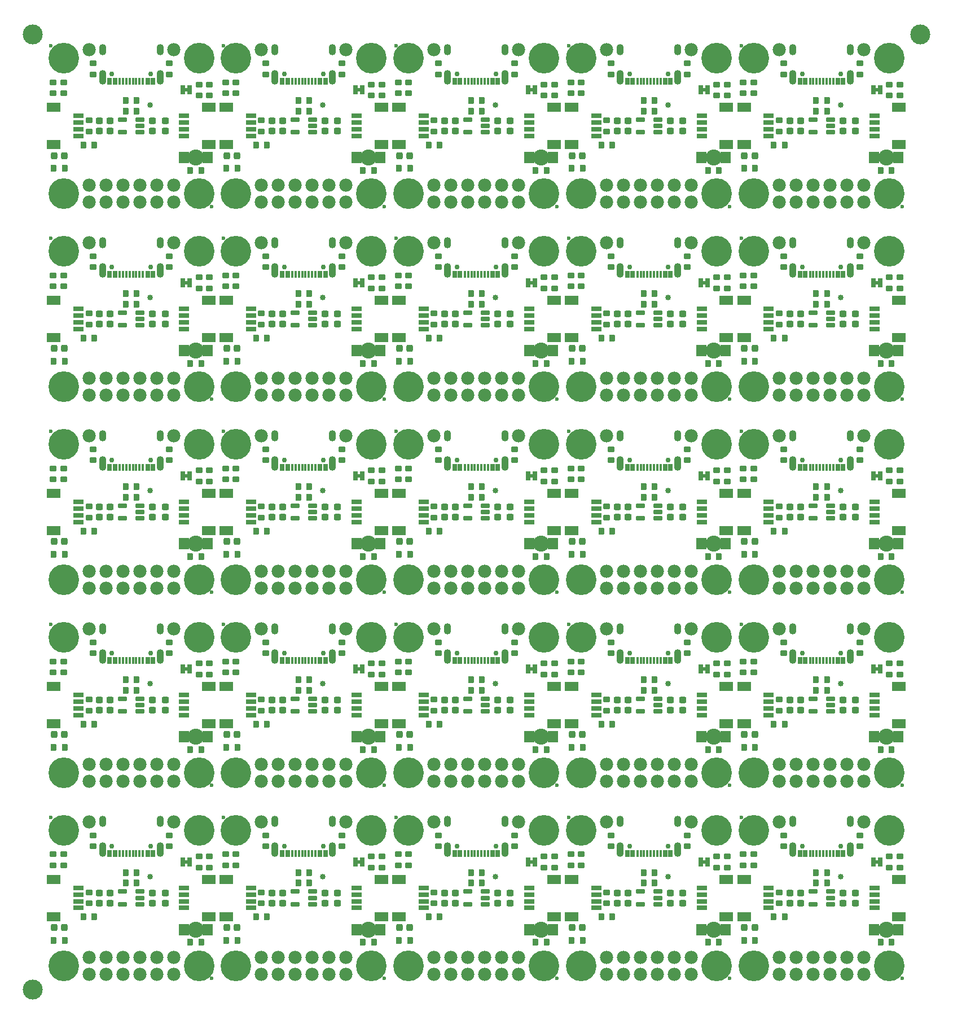
<source format=gts>
%TF.GenerationSoftware,KiCad,Pcbnew,9.0.1*%
%TF.CreationDate,2025-09-09T14:55:51-06:00*%
%TF.ProjectId,SparkFun_Qwiic_Fingerprint_Sensor_FPC2534_panelized,53706172-6b46-4756-9e5f-51776969635f,v10*%
%TF.SameCoordinates,Original*%
%TF.FileFunction,Soldermask,Top*%
%TF.FilePolarity,Negative*%
%FSLAX46Y46*%
G04 Gerber Fmt 4.6, Leading zero omitted, Abs format (unit mm)*
G04 Created by KiCad (PCBNEW 9.0.1) date 2025-09-09 14:55:51*
%MOMM*%
%LPD*%
G01*
G04 APERTURE LIST*
G04 Aperture macros list*
%AMRoundRect*
0 Rectangle with rounded corners*
0 $1 Rounding radius*
0 $2 $3 $4 $5 $6 $7 $8 $9 X,Y pos of 4 corners*
0 Add a 4 corners polygon primitive as box body*
4,1,4,$2,$3,$4,$5,$6,$7,$8,$9,$2,$3,0*
0 Add four circle primitives for the rounded corners*
1,1,$1+$1,$2,$3*
1,1,$1+$1,$4,$5*
1,1,$1+$1,$6,$7*
1,1,$1+$1,$8,$9*
0 Add four rect primitives between the rounded corners*
20,1,$1+$1,$2,$3,$4,$5,0*
20,1,$1+$1,$4,$5,$6,$7,0*
20,1,$1+$1,$6,$7,$8,$9,0*
20,1,$1+$1,$8,$9,$2,$3,0*%
G04 Aperture macros list end*
%ADD10C,0.000000*%
%ADD11C,3.000000*%
%ADD12C,4.600000*%
%ADD13RoundRect,0.250000X0.275000X-0.250000X0.275000X0.250000X-0.275000X0.250000X-0.275000X-0.250000X0*%
%ADD14RoundRect,0.050000X0.330200X0.635000X-0.330200X0.635000X-0.330200X-0.635000X0.330200X-0.635000X0*%
%ADD15RoundRect,0.225000X-0.300000X0.225000X-0.300000X-0.225000X0.300000X-0.225000X0.300000X0.225000X0*%
%ADD16C,1.979600*%
%ADD17RoundRect,0.225000X0.225000X0.300000X-0.225000X0.300000X-0.225000X-0.300000X0.225000X-0.300000X0*%
%ADD18RoundRect,0.225000X-0.225000X-0.300000X0.225000X-0.300000X0.225000X0.300000X-0.225000X0.300000X0*%
%ADD19RoundRect,0.225000X0.300000X-0.225000X0.300000X0.225000X-0.300000X0.225000X-0.300000X-0.225000X0*%
%ADD20RoundRect,0.425000X-0.000010X-0.000010X0.000010X-0.000010X0.000010X0.000010X-0.000010X0.000010X0*%
%ADD21C,2.400000*%
%ADD22RoundRect,0.050000X-0.750000X-0.800000X0.750000X-0.800000X0.750000X0.800000X-0.750000X0.800000X0*%
%ADD23RoundRect,0.050000X-0.675000X0.300000X-0.675000X-0.300000X0.675000X-0.300000X0.675000X0.300000X0*%
%ADD24RoundRect,0.050000X-1.000000X0.600000X-1.000000X-0.600000X1.000000X-0.600000X1.000000X0.600000X0*%
%ADD25C,0.750000*%
%ADD26RoundRect,0.050000X-0.150000X-0.500000X0.150000X-0.500000X0.150000X0.500000X-0.150000X0.500000X0*%
%ADD27RoundRect,0.050000X0.150000X0.500000X-0.150000X0.500000X-0.150000X-0.500000X0.150000X-0.500000X0*%
%ADD28RoundRect,0.050000X-0.300000X-0.500000X0.300000X-0.500000X0.300000X0.500000X-0.300000X0.500000X0*%
%ADD29RoundRect,0.050000X0.300000X0.500000X-0.300000X0.500000X-0.300000X-0.500000X0.300000X-0.500000X0*%
%ADD30O,1.100000X1.700000*%
%ADD31O,1.100000X2.200000*%
%ADD32C,0.600000*%
%ADD33RoundRect,0.050000X0.675000X-0.300000X0.675000X0.300000X-0.675000X0.300000X-0.675000X-0.300000X0*%
%ADD34RoundRect,0.050000X1.000000X-0.600000X1.000000X0.600000X-1.000000X0.600000X-1.000000X-0.600000X0*%
%ADD35RoundRect,0.050000X0.600000X-0.275000X0.600000X0.275000X-0.600000X0.275000X-0.600000X-0.275000X0*%
%ADD36RoundRect,0.243750X-0.243750X-0.281250X0.243750X-0.281250X0.243750X0.281250X-0.243750X0.281250X0*%
G04 APERTURE END LIST*
D10*
%TO.C,JP5*%
G36*
X124809000Y133649000D02*
G01*
X124301000Y133649000D01*
X124301000Y134130000D01*
X124809000Y134130000D01*
X124809000Y133649000D01*
G37*
G36*
X124809000Y104701000D02*
G01*
X124301000Y104701000D01*
X124301000Y105182000D01*
X124809000Y105182000D01*
X124809000Y104701000D01*
G37*
G36*
X124809000Y75753000D02*
G01*
X124301000Y75753000D01*
X124301000Y76234000D01*
X124809000Y76234000D01*
X124809000Y75753000D01*
G37*
G36*
X124809000Y46805000D02*
G01*
X124301000Y46805000D01*
X124301000Y47286000D01*
X124809000Y47286000D01*
X124809000Y46805000D01*
G37*
G36*
X124809000Y17857000D02*
G01*
X124301000Y17857000D01*
X124301000Y18338000D01*
X124809000Y18338000D01*
X124809000Y17857000D01*
G37*
G36*
X98909000Y133649000D02*
G01*
X98401000Y133649000D01*
X98401000Y134130000D01*
X98909000Y134130000D01*
X98909000Y133649000D01*
G37*
G36*
X98909000Y104701000D02*
G01*
X98401000Y104701000D01*
X98401000Y105182000D01*
X98909000Y105182000D01*
X98909000Y104701000D01*
G37*
G36*
X98909000Y75753000D02*
G01*
X98401000Y75753000D01*
X98401000Y76234000D01*
X98909000Y76234000D01*
X98909000Y75753000D01*
G37*
G36*
X98909000Y46805000D02*
G01*
X98401000Y46805000D01*
X98401000Y47286000D01*
X98909000Y47286000D01*
X98909000Y46805000D01*
G37*
G36*
X98909000Y17857000D02*
G01*
X98401000Y17857000D01*
X98401000Y18338000D01*
X98909000Y18338000D01*
X98909000Y17857000D01*
G37*
G36*
X73009000Y133649000D02*
G01*
X72501000Y133649000D01*
X72501000Y134130000D01*
X73009000Y134130000D01*
X73009000Y133649000D01*
G37*
G36*
X73009000Y104701000D02*
G01*
X72501000Y104701000D01*
X72501000Y105182000D01*
X73009000Y105182000D01*
X73009000Y104701000D01*
G37*
G36*
X73009000Y75753000D02*
G01*
X72501000Y75753000D01*
X72501000Y76234000D01*
X73009000Y76234000D01*
X73009000Y75753000D01*
G37*
G36*
X73009000Y46805000D02*
G01*
X72501000Y46805000D01*
X72501000Y47286000D01*
X73009000Y47286000D01*
X73009000Y46805000D01*
G37*
G36*
X73009000Y17857000D02*
G01*
X72501000Y17857000D01*
X72501000Y18338000D01*
X73009000Y18338000D01*
X73009000Y17857000D01*
G37*
G36*
X47109000Y133649000D02*
G01*
X46601000Y133649000D01*
X46601000Y134130000D01*
X47109000Y134130000D01*
X47109000Y133649000D01*
G37*
G36*
X47109000Y104701000D02*
G01*
X46601000Y104701000D01*
X46601000Y105182000D01*
X47109000Y105182000D01*
X47109000Y104701000D01*
G37*
G36*
X47109000Y75753000D02*
G01*
X46601000Y75753000D01*
X46601000Y76234000D01*
X47109000Y76234000D01*
X47109000Y75753000D01*
G37*
G36*
X47109000Y46805000D02*
G01*
X46601000Y46805000D01*
X46601000Y47286000D01*
X47109000Y47286000D01*
X47109000Y46805000D01*
G37*
G36*
X47109000Y17857000D02*
G01*
X46601000Y17857000D01*
X46601000Y18338000D01*
X47109000Y18338000D01*
X47109000Y17857000D01*
G37*
G36*
X21209000Y133649000D02*
G01*
X20701000Y133649000D01*
X20701000Y134130000D01*
X21209000Y134130000D01*
X21209000Y133649000D01*
G37*
G36*
X21209000Y104701000D02*
G01*
X20701000Y104701000D01*
X20701000Y105182000D01*
X21209000Y105182000D01*
X21209000Y104701000D01*
G37*
G36*
X21209000Y75753000D02*
G01*
X20701000Y75753000D01*
X20701000Y76234000D01*
X21209000Y76234000D01*
X21209000Y75753000D01*
G37*
G36*
X21209000Y46805000D02*
G01*
X20701000Y46805000D01*
X20701000Y47286000D01*
X21209000Y47286000D01*
X21209000Y46805000D01*
G37*
G36*
X21209000Y17857000D02*
G01*
X20701000Y17857000D01*
X20701000Y18338000D01*
X21209000Y18338000D01*
X21209000Y17857000D01*
G37*
%TD*%
D11*
%TO.C,*%
X131087500Y142240000D03*
%TD*%
%TO.C,*%
X-2087500Y142240000D03*
%TD*%
%TO.C,*%
X-2087500Y-1048000D03*
%TD*%
D12*
%TO.C,ST7*%
X126460000Y118332000D03*
%TD*%
%TO.C,ST7*%
X126460000Y89384000D03*
%TD*%
%TO.C,ST7*%
X126460000Y60436000D03*
%TD*%
%TO.C,ST7*%
X126460000Y31488000D03*
%TD*%
%TO.C,ST7*%
X126460000Y2540000D03*
%TD*%
%TO.C,ST7*%
X100560000Y118332000D03*
%TD*%
%TO.C,ST7*%
X100560000Y89384000D03*
%TD*%
%TO.C,ST7*%
X100560000Y60436000D03*
%TD*%
%TO.C,ST7*%
X100560000Y31488000D03*
%TD*%
%TO.C,ST7*%
X100560000Y2540000D03*
%TD*%
%TO.C,ST7*%
X74660000Y118332000D03*
%TD*%
%TO.C,ST7*%
X74660000Y89384000D03*
%TD*%
%TO.C,ST7*%
X74660000Y60436000D03*
%TD*%
%TO.C,ST7*%
X74660000Y31488000D03*
%TD*%
%TO.C,ST7*%
X74660000Y2540000D03*
%TD*%
%TO.C,ST7*%
X48760000Y118332000D03*
%TD*%
%TO.C,ST7*%
X48760000Y89384000D03*
%TD*%
%TO.C,ST7*%
X48760000Y60436000D03*
%TD*%
%TO.C,ST7*%
X48760000Y31488000D03*
%TD*%
%TO.C,ST7*%
X48760000Y2540000D03*
%TD*%
%TO.C,ST7*%
X22860000Y118332000D03*
%TD*%
%TO.C,ST7*%
X22860000Y89384000D03*
%TD*%
%TO.C,ST7*%
X22860000Y60436000D03*
%TD*%
%TO.C,ST7*%
X22860000Y31488000D03*
%TD*%
D13*
%TO.C,C3*%
X121380000Y127717000D03*
X121380000Y129267000D03*
%TD*%
%TO.C,C3*%
X121380000Y98769000D03*
X121380000Y100319000D03*
%TD*%
%TO.C,C3*%
X121380000Y69821000D03*
X121380000Y71371000D03*
%TD*%
%TO.C,C3*%
X121380000Y40873000D03*
X121380000Y42423000D03*
%TD*%
%TO.C,C3*%
X121380000Y11925000D03*
X121380000Y13475000D03*
%TD*%
%TO.C,C3*%
X95480000Y127717000D03*
X95480000Y129267000D03*
%TD*%
%TO.C,C3*%
X95480000Y98769000D03*
X95480000Y100319000D03*
%TD*%
%TO.C,C3*%
X95480000Y69821000D03*
X95480000Y71371000D03*
%TD*%
%TO.C,C3*%
X95480000Y40873000D03*
X95480000Y42423000D03*
%TD*%
%TO.C,C3*%
X95480000Y11925000D03*
X95480000Y13475000D03*
%TD*%
%TO.C,C3*%
X69580000Y127717000D03*
X69580000Y129267000D03*
%TD*%
%TO.C,C3*%
X69580000Y98769000D03*
X69580000Y100319000D03*
%TD*%
%TO.C,C3*%
X69580000Y69821000D03*
X69580000Y71371000D03*
%TD*%
%TO.C,C3*%
X69580000Y40873000D03*
X69580000Y42423000D03*
%TD*%
%TO.C,C3*%
X69580000Y11925000D03*
X69580000Y13475000D03*
%TD*%
%TO.C,C3*%
X43680000Y127717000D03*
X43680000Y129267000D03*
%TD*%
%TO.C,C3*%
X43680000Y98769000D03*
X43680000Y100319000D03*
%TD*%
%TO.C,C3*%
X43680000Y69821000D03*
X43680000Y71371000D03*
%TD*%
%TO.C,C3*%
X43680000Y40873000D03*
X43680000Y42423000D03*
%TD*%
%TO.C,C3*%
X43680000Y11925000D03*
X43680000Y13475000D03*
%TD*%
%TO.C,C3*%
X17780000Y127717000D03*
X17780000Y129267000D03*
%TD*%
%TO.C,C3*%
X17780000Y98769000D03*
X17780000Y100319000D03*
%TD*%
%TO.C,C3*%
X17780000Y69821000D03*
X17780000Y71371000D03*
%TD*%
%TO.C,C3*%
X17780000Y40873000D03*
X17780000Y42423000D03*
%TD*%
%TO.C,C2*%
X119475000Y127717000D03*
X119475000Y129267000D03*
%TD*%
%TO.C,C2*%
X119475000Y98769000D03*
X119475000Y100319000D03*
%TD*%
%TO.C,C2*%
X119475000Y69821000D03*
X119475000Y71371000D03*
%TD*%
%TO.C,C2*%
X119475000Y40873000D03*
X119475000Y42423000D03*
%TD*%
%TO.C,C2*%
X119475000Y11925000D03*
X119475000Y13475000D03*
%TD*%
%TO.C,C2*%
X93575000Y127717000D03*
X93575000Y129267000D03*
%TD*%
%TO.C,C2*%
X93575000Y98769000D03*
X93575000Y100319000D03*
%TD*%
%TO.C,C2*%
X93575000Y69821000D03*
X93575000Y71371000D03*
%TD*%
%TO.C,C2*%
X93575000Y40873000D03*
X93575000Y42423000D03*
%TD*%
%TO.C,C2*%
X93575000Y11925000D03*
X93575000Y13475000D03*
%TD*%
%TO.C,C2*%
X67675000Y127717000D03*
X67675000Y129267000D03*
%TD*%
%TO.C,C2*%
X67675000Y98769000D03*
X67675000Y100319000D03*
%TD*%
%TO.C,C2*%
X67675000Y69821000D03*
X67675000Y71371000D03*
%TD*%
%TO.C,C2*%
X67675000Y40873000D03*
X67675000Y42423000D03*
%TD*%
%TO.C,C2*%
X67675000Y11925000D03*
X67675000Y13475000D03*
%TD*%
%TO.C,C2*%
X41775000Y127717000D03*
X41775000Y129267000D03*
%TD*%
%TO.C,C2*%
X41775000Y98769000D03*
X41775000Y100319000D03*
%TD*%
%TO.C,C2*%
X41775000Y69821000D03*
X41775000Y71371000D03*
%TD*%
%TO.C,C2*%
X41775000Y40873000D03*
X41775000Y42423000D03*
%TD*%
%TO.C,C2*%
X41775000Y11925000D03*
X41775000Y13475000D03*
%TD*%
%TO.C,C2*%
X15875000Y127717000D03*
X15875000Y129267000D03*
%TD*%
%TO.C,C2*%
X15875000Y98769000D03*
X15875000Y100319000D03*
%TD*%
%TO.C,C2*%
X15875000Y69821000D03*
X15875000Y71371000D03*
%TD*%
%TO.C,C2*%
X15875000Y40873000D03*
X15875000Y42423000D03*
%TD*%
D14*
%TO.C,JP5*%
X125075700Y133889500D03*
X124034300Y133889500D03*
%TD*%
%TO.C,JP5*%
X125075700Y104941500D03*
X124034300Y104941500D03*
%TD*%
%TO.C,JP5*%
X125075700Y75993500D03*
X124034300Y75993500D03*
%TD*%
%TO.C,JP5*%
X125075700Y47045500D03*
X124034300Y47045500D03*
%TD*%
%TO.C,JP5*%
X125075700Y18097500D03*
X124034300Y18097500D03*
%TD*%
%TO.C,JP5*%
X99175700Y133889500D03*
X98134300Y133889500D03*
%TD*%
%TO.C,JP5*%
X99175700Y104941500D03*
X98134300Y104941500D03*
%TD*%
%TO.C,JP5*%
X99175700Y75993500D03*
X98134300Y75993500D03*
%TD*%
%TO.C,JP5*%
X99175700Y47045500D03*
X98134300Y47045500D03*
%TD*%
%TO.C,JP5*%
X99175700Y18097500D03*
X98134300Y18097500D03*
%TD*%
%TO.C,JP5*%
X73275700Y133889500D03*
X72234300Y133889500D03*
%TD*%
%TO.C,JP5*%
X73275700Y104941500D03*
X72234300Y104941500D03*
%TD*%
%TO.C,JP5*%
X73275700Y75993500D03*
X72234300Y75993500D03*
%TD*%
%TO.C,JP5*%
X73275700Y47045500D03*
X72234300Y47045500D03*
%TD*%
%TO.C,JP5*%
X73275700Y18097500D03*
X72234300Y18097500D03*
%TD*%
%TO.C,JP5*%
X47375700Y133889500D03*
X46334300Y133889500D03*
%TD*%
%TO.C,JP5*%
X47375700Y104941500D03*
X46334300Y104941500D03*
%TD*%
%TO.C,JP5*%
X47375700Y75993500D03*
X46334300Y75993500D03*
%TD*%
%TO.C,JP5*%
X47375700Y47045500D03*
X46334300Y47045500D03*
%TD*%
%TO.C,JP5*%
X47375700Y18097500D03*
X46334300Y18097500D03*
%TD*%
%TO.C,JP5*%
X21475700Y133889500D03*
X20434300Y133889500D03*
%TD*%
%TO.C,JP5*%
X21475700Y104941500D03*
X20434300Y104941500D03*
%TD*%
%TO.C,JP5*%
X21475700Y75993500D03*
X20434300Y75993500D03*
%TD*%
%TO.C,JP5*%
X21475700Y47045500D03*
X20434300Y47045500D03*
%TD*%
D15*
%TO.C,R5*%
X104552500Y135032000D03*
X104552500Y133382000D03*
%TD*%
%TO.C,R5*%
X104552500Y106084000D03*
X104552500Y104434000D03*
%TD*%
%TO.C,R5*%
X104552500Y77136000D03*
X104552500Y75486000D03*
%TD*%
%TO.C,R5*%
X104552500Y48188000D03*
X104552500Y46538000D03*
%TD*%
%TO.C,R5*%
X104552500Y19240000D03*
X104552500Y17590000D03*
%TD*%
%TO.C,R5*%
X78652500Y135032000D03*
X78652500Y133382000D03*
%TD*%
%TO.C,R5*%
X78652500Y106084000D03*
X78652500Y104434000D03*
%TD*%
%TO.C,R5*%
X78652500Y77136000D03*
X78652500Y75486000D03*
%TD*%
%TO.C,R5*%
X78652500Y48188000D03*
X78652500Y46538000D03*
%TD*%
%TO.C,R5*%
X78652500Y19240000D03*
X78652500Y17590000D03*
%TD*%
%TO.C,R5*%
X52752500Y135032000D03*
X52752500Y133382000D03*
%TD*%
%TO.C,R5*%
X52752500Y106084000D03*
X52752500Y104434000D03*
%TD*%
%TO.C,R5*%
X52752500Y77136000D03*
X52752500Y75486000D03*
%TD*%
%TO.C,R5*%
X52752500Y48188000D03*
X52752500Y46538000D03*
%TD*%
%TO.C,R5*%
X52752500Y19240000D03*
X52752500Y17590000D03*
%TD*%
%TO.C,R5*%
X26852500Y135032000D03*
X26852500Y133382000D03*
%TD*%
%TO.C,R5*%
X26852500Y106084000D03*
X26852500Y104434000D03*
%TD*%
%TO.C,R5*%
X26852500Y77136000D03*
X26852500Y75486000D03*
%TD*%
%TO.C,R5*%
X26852500Y48188000D03*
X26852500Y46538000D03*
%TD*%
%TO.C,R5*%
X26852500Y19240000D03*
X26852500Y17590000D03*
%TD*%
%TO.C,R5*%
X952500Y135032000D03*
X952500Y133382000D03*
%TD*%
%TO.C,R5*%
X952500Y106084000D03*
X952500Y104434000D03*
%TD*%
%TO.C,R5*%
X952500Y77136000D03*
X952500Y75486000D03*
%TD*%
%TO.C,R5*%
X952500Y48188000D03*
X952500Y46538000D03*
%TD*%
D16*
%TO.C,J7*%
X109950000Y117062000D03*
X112490000Y117062000D03*
X115030000Y117062000D03*
X117570000Y117062000D03*
X120110000Y117062000D03*
X122650000Y117062000D03*
%TD*%
%TO.C,J7*%
X109950000Y88114000D03*
X112490000Y88114000D03*
X115030000Y88114000D03*
X117570000Y88114000D03*
X120110000Y88114000D03*
X122650000Y88114000D03*
%TD*%
%TO.C,J7*%
X109950000Y59166000D03*
X112490000Y59166000D03*
X115030000Y59166000D03*
X117570000Y59166000D03*
X120110000Y59166000D03*
X122650000Y59166000D03*
%TD*%
%TO.C,J7*%
X109950000Y30218000D03*
X112490000Y30218000D03*
X115030000Y30218000D03*
X117570000Y30218000D03*
X120110000Y30218000D03*
X122650000Y30218000D03*
%TD*%
%TO.C,J7*%
X109950000Y1270000D03*
X112490000Y1270000D03*
X115030000Y1270000D03*
X117570000Y1270000D03*
X120110000Y1270000D03*
X122650000Y1270000D03*
%TD*%
%TO.C,J7*%
X84050000Y117062000D03*
X86590000Y117062000D03*
X89130000Y117062000D03*
X91670000Y117062000D03*
X94210000Y117062000D03*
X96750000Y117062000D03*
%TD*%
%TO.C,J7*%
X84050000Y88114000D03*
X86590000Y88114000D03*
X89130000Y88114000D03*
X91670000Y88114000D03*
X94210000Y88114000D03*
X96750000Y88114000D03*
%TD*%
%TO.C,J7*%
X84050000Y59166000D03*
X86590000Y59166000D03*
X89130000Y59166000D03*
X91670000Y59166000D03*
X94210000Y59166000D03*
X96750000Y59166000D03*
%TD*%
%TO.C,J7*%
X84050000Y30218000D03*
X86590000Y30218000D03*
X89130000Y30218000D03*
X91670000Y30218000D03*
X94210000Y30218000D03*
X96750000Y30218000D03*
%TD*%
%TO.C,J7*%
X84050000Y1270000D03*
X86590000Y1270000D03*
X89130000Y1270000D03*
X91670000Y1270000D03*
X94210000Y1270000D03*
X96750000Y1270000D03*
%TD*%
%TO.C,J7*%
X58150000Y117062000D03*
X60690000Y117062000D03*
X63230000Y117062000D03*
X65770000Y117062000D03*
X68310000Y117062000D03*
X70850000Y117062000D03*
%TD*%
%TO.C,J7*%
X58150000Y88114000D03*
X60690000Y88114000D03*
X63230000Y88114000D03*
X65770000Y88114000D03*
X68310000Y88114000D03*
X70850000Y88114000D03*
%TD*%
%TO.C,J7*%
X58150000Y59166000D03*
X60690000Y59166000D03*
X63230000Y59166000D03*
X65770000Y59166000D03*
X68310000Y59166000D03*
X70850000Y59166000D03*
%TD*%
%TO.C,J7*%
X58150000Y30218000D03*
X60690000Y30218000D03*
X63230000Y30218000D03*
X65770000Y30218000D03*
X68310000Y30218000D03*
X70850000Y30218000D03*
%TD*%
%TO.C,J7*%
X58150000Y1270000D03*
X60690000Y1270000D03*
X63230000Y1270000D03*
X65770000Y1270000D03*
X68310000Y1270000D03*
X70850000Y1270000D03*
%TD*%
%TO.C,J7*%
X32250000Y117062000D03*
X34790000Y117062000D03*
X37330000Y117062000D03*
X39870000Y117062000D03*
X42410000Y117062000D03*
X44950000Y117062000D03*
%TD*%
%TO.C,J7*%
X32250000Y88114000D03*
X34790000Y88114000D03*
X37330000Y88114000D03*
X39870000Y88114000D03*
X42410000Y88114000D03*
X44950000Y88114000D03*
%TD*%
%TO.C,J7*%
X32250000Y59166000D03*
X34790000Y59166000D03*
X37330000Y59166000D03*
X39870000Y59166000D03*
X42410000Y59166000D03*
X44950000Y59166000D03*
%TD*%
%TO.C,J7*%
X32250000Y30218000D03*
X34790000Y30218000D03*
X37330000Y30218000D03*
X39870000Y30218000D03*
X42410000Y30218000D03*
X44950000Y30218000D03*
%TD*%
%TO.C,J7*%
X32250000Y1270000D03*
X34790000Y1270000D03*
X37330000Y1270000D03*
X39870000Y1270000D03*
X42410000Y1270000D03*
X44950000Y1270000D03*
%TD*%
%TO.C,J7*%
X6350000Y117062000D03*
X8890000Y117062000D03*
X11430000Y117062000D03*
X13970000Y117062000D03*
X16510000Y117062000D03*
X19050000Y117062000D03*
%TD*%
%TO.C,J7*%
X6350000Y88114000D03*
X8890000Y88114000D03*
X11430000Y88114000D03*
X13970000Y88114000D03*
X16510000Y88114000D03*
X19050000Y88114000D03*
%TD*%
%TO.C,J7*%
X6350000Y59166000D03*
X8890000Y59166000D03*
X11430000Y59166000D03*
X13970000Y59166000D03*
X16510000Y59166000D03*
X19050000Y59166000D03*
%TD*%
%TO.C,J7*%
X6350000Y30218000D03*
X8890000Y30218000D03*
X11430000Y30218000D03*
X13970000Y30218000D03*
X16510000Y30218000D03*
X19050000Y30218000D03*
%TD*%
D17*
%TO.C,R10*%
X126808750Y121824500D03*
X125158750Y121824500D03*
%TD*%
%TO.C,R10*%
X126808750Y92876500D03*
X125158750Y92876500D03*
%TD*%
%TO.C,R10*%
X126808750Y63928500D03*
X125158750Y63928500D03*
%TD*%
%TO.C,R10*%
X126808750Y34980500D03*
X125158750Y34980500D03*
%TD*%
%TO.C,R10*%
X126808750Y6032500D03*
X125158750Y6032500D03*
%TD*%
%TO.C,R10*%
X100908750Y121824500D03*
X99258750Y121824500D03*
%TD*%
%TO.C,R10*%
X100908750Y92876500D03*
X99258750Y92876500D03*
%TD*%
%TO.C,R10*%
X100908750Y63928500D03*
X99258750Y63928500D03*
%TD*%
%TO.C,R10*%
X100908750Y34980500D03*
X99258750Y34980500D03*
%TD*%
%TO.C,R10*%
X100908750Y6032500D03*
X99258750Y6032500D03*
%TD*%
%TO.C,R10*%
X75008750Y121824500D03*
X73358750Y121824500D03*
%TD*%
%TO.C,R10*%
X75008750Y92876500D03*
X73358750Y92876500D03*
%TD*%
%TO.C,R10*%
X75008750Y63928500D03*
X73358750Y63928500D03*
%TD*%
%TO.C,R10*%
X75008750Y34980500D03*
X73358750Y34980500D03*
%TD*%
%TO.C,R10*%
X75008750Y6032500D03*
X73358750Y6032500D03*
%TD*%
%TO.C,R10*%
X49108750Y121824500D03*
X47458750Y121824500D03*
%TD*%
%TO.C,R10*%
X49108750Y92876500D03*
X47458750Y92876500D03*
%TD*%
%TO.C,R10*%
X49108750Y63928500D03*
X47458750Y63928500D03*
%TD*%
%TO.C,R10*%
X49108750Y34980500D03*
X47458750Y34980500D03*
%TD*%
%TO.C,R10*%
X49108750Y6032500D03*
X47458750Y6032500D03*
%TD*%
%TO.C,R10*%
X23208750Y121824500D03*
X21558750Y121824500D03*
%TD*%
%TO.C,R10*%
X23208750Y92876500D03*
X21558750Y92876500D03*
%TD*%
%TO.C,R10*%
X23208750Y63928500D03*
X21558750Y63928500D03*
%TD*%
%TO.C,R10*%
X23208750Y34980500D03*
X21558750Y34980500D03*
%TD*%
D18*
%TO.C,R3*%
X104680000Y122142000D03*
X106330000Y122142000D03*
%TD*%
%TO.C,R3*%
X104680000Y93194000D03*
X106330000Y93194000D03*
%TD*%
%TO.C,R3*%
X104680000Y64246000D03*
X106330000Y64246000D03*
%TD*%
%TO.C,R3*%
X104680000Y35298000D03*
X106330000Y35298000D03*
%TD*%
%TO.C,R3*%
X104680000Y6350000D03*
X106330000Y6350000D03*
%TD*%
%TO.C,R3*%
X78780000Y122142000D03*
X80430000Y122142000D03*
%TD*%
%TO.C,R3*%
X78780000Y93194000D03*
X80430000Y93194000D03*
%TD*%
%TO.C,R3*%
X78780000Y64246000D03*
X80430000Y64246000D03*
%TD*%
%TO.C,R3*%
X78780000Y35298000D03*
X80430000Y35298000D03*
%TD*%
%TO.C,R3*%
X78780000Y6350000D03*
X80430000Y6350000D03*
%TD*%
%TO.C,R3*%
X52880000Y122142000D03*
X54530000Y122142000D03*
%TD*%
%TO.C,R3*%
X52880000Y93194000D03*
X54530000Y93194000D03*
%TD*%
%TO.C,R3*%
X52880000Y64246000D03*
X54530000Y64246000D03*
%TD*%
%TO.C,R3*%
X52880000Y35298000D03*
X54530000Y35298000D03*
%TD*%
%TO.C,R3*%
X52880000Y6350000D03*
X54530000Y6350000D03*
%TD*%
%TO.C,R3*%
X26980000Y122142000D03*
X28630000Y122142000D03*
%TD*%
%TO.C,R3*%
X26980000Y93194000D03*
X28630000Y93194000D03*
%TD*%
%TO.C,R3*%
X26980000Y64246000D03*
X28630000Y64246000D03*
%TD*%
%TO.C,R3*%
X26980000Y35298000D03*
X28630000Y35298000D03*
%TD*%
%TO.C,R3*%
X26980000Y6350000D03*
X28630000Y6350000D03*
%TD*%
%TO.C,R3*%
X1080000Y122142000D03*
X2730000Y122142000D03*
%TD*%
%TO.C,R3*%
X1080000Y93194000D03*
X2730000Y93194000D03*
%TD*%
%TO.C,R3*%
X1080000Y64246000D03*
X2730000Y64246000D03*
%TD*%
%TO.C,R3*%
X1080000Y35298000D03*
X2730000Y35298000D03*
%TD*%
D19*
%TO.C,R4*%
X122015000Y136239500D03*
X122015000Y137889500D03*
%TD*%
%TO.C,R4*%
X122015000Y107291500D03*
X122015000Y108941500D03*
%TD*%
%TO.C,R4*%
X122015000Y78343500D03*
X122015000Y79993500D03*
%TD*%
%TO.C,R4*%
X122015000Y49395500D03*
X122015000Y51045500D03*
%TD*%
%TO.C,R4*%
X122015000Y20447500D03*
X122015000Y22097500D03*
%TD*%
%TO.C,R4*%
X96115000Y136239500D03*
X96115000Y137889500D03*
%TD*%
%TO.C,R4*%
X96115000Y107291500D03*
X96115000Y108941500D03*
%TD*%
%TO.C,R4*%
X96115000Y78343500D03*
X96115000Y79993500D03*
%TD*%
%TO.C,R4*%
X96115000Y49395500D03*
X96115000Y51045500D03*
%TD*%
%TO.C,R4*%
X96115000Y20447500D03*
X96115000Y22097500D03*
%TD*%
%TO.C,R4*%
X70215000Y136239500D03*
X70215000Y137889500D03*
%TD*%
%TO.C,R4*%
X70215000Y107291500D03*
X70215000Y108941500D03*
%TD*%
%TO.C,R4*%
X70215000Y78343500D03*
X70215000Y79993500D03*
%TD*%
%TO.C,R4*%
X70215000Y49395500D03*
X70215000Y51045500D03*
%TD*%
%TO.C,R4*%
X70215000Y20447500D03*
X70215000Y22097500D03*
%TD*%
%TO.C,R4*%
X44315000Y136239500D03*
X44315000Y137889500D03*
%TD*%
%TO.C,R4*%
X44315000Y107291500D03*
X44315000Y108941500D03*
%TD*%
%TO.C,R4*%
X44315000Y78343500D03*
X44315000Y79993500D03*
%TD*%
%TO.C,R4*%
X44315000Y49395500D03*
X44315000Y51045500D03*
%TD*%
%TO.C,R4*%
X44315000Y20447500D03*
X44315000Y22097500D03*
%TD*%
%TO.C,R4*%
X18415000Y136239500D03*
X18415000Y137889500D03*
%TD*%
%TO.C,R4*%
X18415000Y107291500D03*
X18415000Y108941500D03*
%TD*%
%TO.C,R4*%
X18415000Y78343500D03*
X18415000Y79993500D03*
%TD*%
%TO.C,R4*%
X18415000Y49395500D03*
X18415000Y51045500D03*
%TD*%
D20*
%TO.C,TP2*%
X119157500Y131667000D03*
%TD*%
%TO.C,TP2*%
X119157500Y102719000D03*
%TD*%
%TO.C,TP2*%
X119157500Y73771000D03*
%TD*%
%TO.C,TP2*%
X119157500Y44823000D03*
%TD*%
%TO.C,TP2*%
X119157500Y15875000D03*
%TD*%
%TO.C,TP2*%
X93257500Y131667000D03*
%TD*%
%TO.C,TP2*%
X93257500Y102719000D03*
%TD*%
%TO.C,TP2*%
X93257500Y73771000D03*
%TD*%
%TO.C,TP2*%
X93257500Y44823000D03*
%TD*%
%TO.C,TP2*%
X93257500Y15875000D03*
%TD*%
%TO.C,TP2*%
X67357500Y131667000D03*
%TD*%
%TO.C,TP2*%
X67357500Y102719000D03*
%TD*%
%TO.C,TP2*%
X67357500Y73771000D03*
%TD*%
%TO.C,TP2*%
X67357500Y44823000D03*
%TD*%
%TO.C,TP2*%
X67357500Y15875000D03*
%TD*%
%TO.C,TP2*%
X41457500Y131667000D03*
%TD*%
%TO.C,TP2*%
X41457500Y102719000D03*
%TD*%
%TO.C,TP2*%
X41457500Y73771000D03*
%TD*%
%TO.C,TP2*%
X41457500Y44823000D03*
%TD*%
%TO.C,TP2*%
X41457500Y15875000D03*
%TD*%
%TO.C,TP2*%
X15557500Y131667000D03*
%TD*%
%TO.C,TP2*%
X15557500Y102719000D03*
%TD*%
%TO.C,TP2*%
X15557500Y73771000D03*
%TD*%
%TO.C,TP2*%
X15557500Y44823000D03*
%TD*%
D17*
%TO.C,R11*%
X110775000Y125634500D03*
X109125000Y125634500D03*
%TD*%
%TO.C,R11*%
X110775000Y96686500D03*
X109125000Y96686500D03*
%TD*%
%TO.C,R11*%
X110775000Y67738500D03*
X109125000Y67738500D03*
%TD*%
%TO.C,R11*%
X110775000Y38790500D03*
X109125000Y38790500D03*
%TD*%
%TO.C,R11*%
X110775000Y9842500D03*
X109125000Y9842500D03*
%TD*%
%TO.C,R11*%
X84875000Y125634500D03*
X83225000Y125634500D03*
%TD*%
%TO.C,R11*%
X84875000Y96686500D03*
X83225000Y96686500D03*
%TD*%
%TO.C,R11*%
X84875000Y67738500D03*
X83225000Y67738500D03*
%TD*%
%TO.C,R11*%
X84875000Y38790500D03*
X83225000Y38790500D03*
%TD*%
%TO.C,R11*%
X84875000Y9842500D03*
X83225000Y9842500D03*
%TD*%
%TO.C,R11*%
X58975000Y125634500D03*
X57325000Y125634500D03*
%TD*%
%TO.C,R11*%
X58975000Y96686500D03*
X57325000Y96686500D03*
%TD*%
%TO.C,R11*%
X58975000Y67738500D03*
X57325000Y67738500D03*
%TD*%
%TO.C,R11*%
X58975000Y38790500D03*
X57325000Y38790500D03*
%TD*%
%TO.C,R11*%
X58975000Y9842500D03*
X57325000Y9842500D03*
%TD*%
%TO.C,R11*%
X33075000Y125634500D03*
X31425000Y125634500D03*
%TD*%
%TO.C,R11*%
X33075000Y96686500D03*
X31425000Y96686500D03*
%TD*%
%TO.C,R11*%
X33075000Y67738500D03*
X31425000Y67738500D03*
%TD*%
%TO.C,R11*%
X33075000Y38790500D03*
X31425000Y38790500D03*
%TD*%
%TO.C,R11*%
X33075000Y9842500D03*
X31425000Y9842500D03*
%TD*%
%TO.C,R11*%
X7175000Y125634500D03*
X5525000Y125634500D03*
%TD*%
%TO.C,R11*%
X7175000Y96686500D03*
X5525000Y96686500D03*
%TD*%
%TO.C,R11*%
X7175000Y67738500D03*
X5525000Y67738500D03*
%TD*%
%TO.C,R11*%
X7175000Y38790500D03*
X5525000Y38790500D03*
%TD*%
D15*
%TO.C,R8*%
X128047500Y134714500D03*
X128047500Y133064500D03*
%TD*%
%TO.C,R8*%
X128047500Y105766500D03*
X128047500Y104116500D03*
%TD*%
%TO.C,R8*%
X128047500Y76818500D03*
X128047500Y75168500D03*
%TD*%
%TO.C,R8*%
X128047500Y47870500D03*
X128047500Y46220500D03*
%TD*%
%TO.C,R8*%
X128047500Y18922500D03*
X128047500Y17272500D03*
%TD*%
%TO.C,R8*%
X102147500Y134714500D03*
X102147500Y133064500D03*
%TD*%
%TO.C,R8*%
X102147500Y105766500D03*
X102147500Y104116500D03*
%TD*%
%TO.C,R8*%
X102147500Y76818500D03*
X102147500Y75168500D03*
%TD*%
%TO.C,R8*%
X102147500Y47870500D03*
X102147500Y46220500D03*
%TD*%
%TO.C,R8*%
X102147500Y18922500D03*
X102147500Y17272500D03*
%TD*%
%TO.C,R8*%
X76247500Y134714500D03*
X76247500Y133064500D03*
%TD*%
%TO.C,R8*%
X76247500Y105766500D03*
X76247500Y104116500D03*
%TD*%
%TO.C,R8*%
X76247500Y76818500D03*
X76247500Y75168500D03*
%TD*%
%TO.C,R8*%
X76247500Y47870500D03*
X76247500Y46220500D03*
%TD*%
%TO.C,R8*%
X76247500Y18922500D03*
X76247500Y17272500D03*
%TD*%
%TO.C,R8*%
X50347500Y134714500D03*
X50347500Y133064500D03*
%TD*%
%TO.C,R8*%
X50347500Y105766500D03*
X50347500Y104116500D03*
%TD*%
%TO.C,R8*%
X50347500Y76818500D03*
X50347500Y75168500D03*
%TD*%
%TO.C,R8*%
X50347500Y47870500D03*
X50347500Y46220500D03*
%TD*%
%TO.C,R8*%
X50347500Y18922500D03*
X50347500Y17272500D03*
%TD*%
%TO.C,R8*%
X24447500Y134714500D03*
X24447500Y133064500D03*
%TD*%
%TO.C,R8*%
X24447500Y105766500D03*
X24447500Y104116500D03*
%TD*%
%TO.C,R8*%
X24447500Y76818500D03*
X24447500Y75168500D03*
%TD*%
%TO.C,R8*%
X24447500Y47870500D03*
X24447500Y46220500D03*
%TD*%
D21*
%TO.C,D2*%
X125983750Y123729500D03*
D22*
X127783750Y123729500D03*
X124183750Y123729500D03*
%TD*%
D21*
%TO.C,D2*%
X125983750Y94781500D03*
D22*
X127783750Y94781500D03*
X124183750Y94781500D03*
%TD*%
D21*
%TO.C,D2*%
X125983750Y65833500D03*
D22*
X127783750Y65833500D03*
X124183750Y65833500D03*
%TD*%
D21*
%TO.C,D2*%
X125983750Y36885500D03*
D22*
X127783750Y36885500D03*
X124183750Y36885500D03*
%TD*%
D21*
%TO.C,D2*%
X125983750Y7937500D03*
D22*
X127783750Y7937500D03*
X124183750Y7937500D03*
%TD*%
D21*
%TO.C,D2*%
X100083750Y123729500D03*
D22*
X101883750Y123729500D03*
X98283750Y123729500D03*
%TD*%
D21*
%TO.C,D2*%
X100083750Y94781500D03*
D22*
X101883750Y94781500D03*
X98283750Y94781500D03*
%TD*%
D21*
%TO.C,D2*%
X100083750Y65833500D03*
D22*
X101883750Y65833500D03*
X98283750Y65833500D03*
%TD*%
D21*
%TO.C,D2*%
X100083750Y36885500D03*
D22*
X101883750Y36885500D03*
X98283750Y36885500D03*
%TD*%
D21*
%TO.C,D2*%
X100083750Y7937500D03*
D22*
X101883750Y7937500D03*
X98283750Y7937500D03*
%TD*%
D21*
%TO.C,D2*%
X74183750Y123729500D03*
D22*
X75983750Y123729500D03*
X72383750Y123729500D03*
%TD*%
D21*
%TO.C,D2*%
X74183750Y94781500D03*
D22*
X75983750Y94781500D03*
X72383750Y94781500D03*
%TD*%
D21*
%TO.C,D2*%
X74183750Y65833500D03*
D22*
X75983750Y65833500D03*
X72383750Y65833500D03*
%TD*%
D21*
%TO.C,D2*%
X74183750Y36885500D03*
D22*
X75983750Y36885500D03*
X72383750Y36885500D03*
%TD*%
D21*
%TO.C,D2*%
X74183750Y7937500D03*
D22*
X75983750Y7937500D03*
X72383750Y7937500D03*
%TD*%
D21*
%TO.C,D2*%
X48283750Y123729500D03*
D22*
X50083750Y123729500D03*
X46483750Y123729500D03*
%TD*%
D21*
%TO.C,D2*%
X48283750Y94781500D03*
D22*
X50083750Y94781500D03*
X46483750Y94781500D03*
%TD*%
D21*
%TO.C,D2*%
X48283750Y65833500D03*
D22*
X50083750Y65833500D03*
X46483750Y65833500D03*
%TD*%
D21*
%TO.C,D2*%
X48283750Y36885500D03*
D22*
X50083750Y36885500D03*
X46483750Y36885500D03*
%TD*%
D21*
%TO.C,D2*%
X48283750Y7937500D03*
D22*
X50083750Y7937500D03*
X46483750Y7937500D03*
%TD*%
D21*
%TO.C,D2*%
X22383750Y123729500D03*
D22*
X24183750Y123729500D03*
X20583750Y123729500D03*
%TD*%
D21*
%TO.C,D2*%
X22383750Y94781500D03*
D22*
X24183750Y94781500D03*
X20583750Y94781500D03*
%TD*%
D21*
%TO.C,D2*%
X22383750Y65833500D03*
D22*
X24183750Y65833500D03*
X20583750Y65833500D03*
%TD*%
D21*
%TO.C,D2*%
X22383750Y36885500D03*
D22*
X24183750Y36885500D03*
X20583750Y36885500D03*
%TD*%
D12*
%TO.C,ST6*%
X126460000Y138652000D03*
%TD*%
%TO.C,ST6*%
X126460000Y109704000D03*
%TD*%
%TO.C,ST6*%
X126460000Y80756000D03*
%TD*%
%TO.C,ST6*%
X126460000Y51808000D03*
%TD*%
%TO.C,ST6*%
X126460000Y22860000D03*
%TD*%
%TO.C,ST6*%
X100560000Y138652000D03*
%TD*%
%TO.C,ST6*%
X100560000Y109704000D03*
%TD*%
%TO.C,ST6*%
X100560000Y80756000D03*
%TD*%
%TO.C,ST6*%
X100560000Y51808000D03*
%TD*%
%TO.C,ST6*%
X100560000Y22860000D03*
%TD*%
%TO.C,ST6*%
X74660000Y138652000D03*
%TD*%
%TO.C,ST6*%
X74660000Y109704000D03*
%TD*%
%TO.C,ST6*%
X74660000Y80756000D03*
%TD*%
%TO.C,ST6*%
X74660000Y51808000D03*
%TD*%
%TO.C,ST6*%
X74660000Y22860000D03*
%TD*%
%TO.C,ST6*%
X48760000Y138652000D03*
%TD*%
%TO.C,ST6*%
X48760000Y109704000D03*
%TD*%
%TO.C,ST6*%
X48760000Y80756000D03*
%TD*%
%TO.C,ST6*%
X48760000Y51808000D03*
%TD*%
%TO.C,ST6*%
X48760000Y22860000D03*
%TD*%
%TO.C,ST6*%
X22860000Y138652000D03*
%TD*%
%TO.C,ST6*%
X22860000Y109704000D03*
%TD*%
%TO.C,ST6*%
X22860000Y80756000D03*
%TD*%
%TO.C,ST6*%
X22860000Y51808000D03*
%TD*%
D19*
%TO.C,R12*%
X109950000Y127667000D03*
X109950000Y129317000D03*
%TD*%
%TO.C,R12*%
X109950000Y98719000D03*
X109950000Y100369000D03*
%TD*%
%TO.C,R12*%
X109950000Y69771000D03*
X109950000Y71421000D03*
%TD*%
%TO.C,R12*%
X109950000Y40823000D03*
X109950000Y42473000D03*
%TD*%
%TO.C,R12*%
X109950000Y11875000D03*
X109950000Y13525000D03*
%TD*%
%TO.C,R12*%
X84050000Y127667000D03*
X84050000Y129317000D03*
%TD*%
%TO.C,R12*%
X84050000Y98719000D03*
X84050000Y100369000D03*
%TD*%
%TO.C,R12*%
X84050000Y69771000D03*
X84050000Y71421000D03*
%TD*%
%TO.C,R12*%
X84050000Y40823000D03*
X84050000Y42473000D03*
%TD*%
%TO.C,R12*%
X84050000Y11875000D03*
X84050000Y13525000D03*
%TD*%
%TO.C,R12*%
X58150000Y127667000D03*
X58150000Y129317000D03*
%TD*%
%TO.C,R12*%
X58150000Y98719000D03*
X58150000Y100369000D03*
%TD*%
%TO.C,R12*%
X58150000Y69771000D03*
X58150000Y71421000D03*
%TD*%
%TO.C,R12*%
X58150000Y40823000D03*
X58150000Y42473000D03*
%TD*%
%TO.C,R12*%
X58150000Y11875000D03*
X58150000Y13525000D03*
%TD*%
%TO.C,R12*%
X32250000Y127667000D03*
X32250000Y129317000D03*
%TD*%
%TO.C,R12*%
X32250000Y98719000D03*
X32250000Y100369000D03*
%TD*%
%TO.C,R12*%
X32250000Y69771000D03*
X32250000Y71421000D03*
%TD*%
%TO.C,R12*%
X32250000Y40823000D03*
X32250000Y42473000D03*
%TD*%
%TO.C,R12*%
X32250000Y11875000D03*
X32250000Y13525000D03*
%TD*%
%TO.C,R12*%
X6350000Y127667000D03*
X6350000Y129317000D03*
%TD*%
%TO.C,R12*%
X6350000Y98719000D03*
X6350000Y100369000D03*
%TD*%
%TO.C,R12*%
X6350000Y69771000D03*
X6350000Y71421000D03*
%TD*%
%TO.C,R12*%
X6350000Y40823000D03*
X6350000Y42473000D03*
%TD*%
D23*
%TO.C,J2*%
X108362500Y129992000D03*
X108362500Y128992000D03*
X108362500Y127992000D03*
X108362500Y126992000D03*
D24*
X104687500Y125692000D03*
X104687500Y131292000D03*
%TD*%
D23*
%TO.C,J2*%
X108362500Y101044000D03*
X108362500Y100044000D03*
X108362500Y99044000D03*
X108362500Y98044000D03*
D24*
X104687500Y96744000D03*
X104687500Y102344000D03*
%TD*%
D23*
%TO.C,J2*%
X108362500Y72096000D03*
X108362500Y71096000D03*
X108362500Y70096000D03*
X108362500Y69096000D03*
D24*
X104687500Y67796000D03*
X104687500Y73396000D03*
%TD*%
D23*
%TO.C,J2*%
X108362500Y43148000D03*
X108362500Y42148000D03*
X108362500Y41148000D03*
X108362500Y40148000D03*
D24*
X104687500Y38848000D03*
X104687500Y44448000D03*
%TD*%
D23*
%TO.C,J2*%
X108362500Y14200000D03*
X108362500Y13200000D03*
X108362500Y12200000D03*
X108362500Y11200000D03*
D24*
X104687500Y9900000D03*
X104687500Y15500000D03*
%TD*%
D23*
%TO.C,J2*%
X82462500Y129992000D03*
X82462500Y128992000D03*
X82462500Y127992000D03*
X82462500Y126992000D03*
D24*
X78787500Y125692000D03*
X78787500Y131292000D03*
%TD*%
D23*
%TO.C,J2*%
X82462500Y101044000D03*
X82462500Y100044000D03*
X82462500Y99044000D03*
X82462500Y98044000D03*
D24*
X78787500Y96744000D03*
X78787500Y102344000D03*
%TD*%
D23*
%TO.C,J2*%
X82462500Y72096000D03*
X82462500Y71096000D03*
X82462500Y70096000D03*
X82462500Y69096000D03*
D24*
X78787500Y67796000D03*
X78787500Y73396000D03*
%TD*%
D23*
%TO.C,J2*%
X82462500Y43148000D03*
X82462500Y42148000D03*
X82462500Y41148000D03*
X82462500Y40148000D03*
D24*
X78787500Y38848000D03*
X78787500Y44448000D03*
%TD*%
D23*
%TO.C,J2*%
X82462500Y14200000D03*
X82462500Y13200000D03*
X82462500Y12200000D03*
X82462500Y11200000D03*
D24*
X78787500Y9900000D03*
X78787500Y15500000D03*
%TD*%
D23*
%TO.C,J2*%
X56562500Y129992000D03*
X56562500Y128992000D03*
X56562500Y127992000D03*
X56562500Y126992000D03*
D24*
X52887500Y125692000D03*
X52887500Y131292000D03*
%TD*%
D23*
%TO.C,J2*%
X56562500Y101044000D03*
X56562500Y100044000D03*
X56562500Y99044000D03*
X56562500Y98044000D03*
D24*
X52887500Y96744000D03*
X52887500Y102344000D03*
%TD*%
D23*
%TO.C,J2*%
X56562500Y72096000D03*
X56562500Y71096000D03*
X56562500Y70096000D03*
X56562500Y69096000D03*
D24*
X52887500Y67796000D03*
X52887500Y73396000D03*
%TD*%
D23*
%TO.C,J2*%
X56562500Y43148000D03*
X56562500Y42148000D03*
X56562500Y41148000D03*
X56562500Y40148000D03*
D24*
X52887500Y38848000D03*
X52887500Y44448000D03*
%TD*%
D23*
%TO.C,J2*%
X56562500Y14200000D03*
X56562500Y13200000D03*
X56562500Y12200000D03*
X56562500Y11200000D03*
D24*
X52887500Y9900000D03*
X52887500Y15500000D03*
%TD*%
D23*
%TO.C,J2*%
X30662500Y129992000D03*
X30662500Y128992000D03*
X30662500Y127992000D03*
X30662500Y126992000D03*
D24*
X26987500Y125692000D03*
X26987500Y131292000D03*
%TD*%
D23*
%TO.C,J2*%
X30662500Y101044000D03*
X30662500Y100044000D03*
X30662500Y99044000D03*
X30662500Y98044000D03*
D24*
X26987500Y96744000D03*
X26987500Y102344000D03*
%TD*%
D23*
%TO.C,J2*%
X30662500Y72096000D03*
X30662500Y71096000D03*
X30662500Y70096000D03*
X30662500Y69096000D03*
D24*
X26987500Y67796000D03*
X26987500Y73396000D03*
%TD*%
D23*
%TO.C,J2*%
X30662500Y43148000D03*
X30662500Y42148000D03*
X30662500Y41148000D03*
X30662500Y40148000D03*
D24*
X26987500Y38848000D03*
X26987500Y44448000D03*
%TD*%
D23*
%TO.C,J2*%
X30662500Y14200000D03*
X30662500Y13200000D03*
X30662500Y12200000D03*
X30662500Y11200000D03*
D24*
X26987500Y9900000D03*
X26987500Y15500000D03*
%TD*%
D23*
%TO.C,J2*%
X4762500Y129992000D03*
X4762500Y128992000D03*
X4762500Y127992000D03*
X4762500Y126992000D03*
D24*
X1087500Y125692000D03*
X1087500Y131292000D03*
%TD*%
D23*
%TO.C,J2*%
X4762500Y101044000D03*
X4762500Y100044000D03*
X4762500Y99044000D03*
X4762500Y98044000D03*
D24*
X1087500Y96744000D03*
X1087500Y102344000D03*
%TD*%
D23*
%TO.C,J2*%
X4762500Y72096000D03*
X4762500Y71096000D03*
X4762500Y70096000D03*
X4762500Y69096000D03*
D24*
X1087500Y67796000D03*
X1087500Y73396000D03*
%TD*%
D23*
%TO.C,J2*%
X4762500Y43148000D03*
X4762500Y42148000D03*
X4762500Y41148000D03*
X4762500Y40148000D03*
D24*
X1087500Y38848000D03*
X1087500Y44448000D03*
%TD*%
D25*
%TO.C,J4*%
X119190000Y136297000D03*
X113410000Y136297000D03*
D26*
X117550000Y135192000D03*
X116550000Y135192000D03*
D27*
X116050000Y135192000D03*
X115050000Y135192000D03*
X114550000Y135192000D03*
X115550000Y135192000D03*
D26*
X117050000Y135192000D03*
X118050000Y135192000D03*
D28*
X119525000Y135192000D03*
D29*
X113075000Y135192000D03*
D30*
X120618000Y139947000D03*
D31*
X120618000Y135767000D03*
X111982000Y135767000D03*
D30*
X111982000Y139947000D03*
D28*
X118750000Y135192000D03*
D29*
X113850000Y135192000D03*
%TD*%
D25*
%TO.C,J4*%
X119190000Y107349000D03*
X113410000Y107349000D03*
D26*
X117550000Y106244000D03*
X116550000Y106244000D03*
D27*
X116050000Y106244000D03*
X115050000Y106244000D03*
X114550000Y106244000D03*
X115550000Y106244000D03*
D26*
X117050000Y106244000D03*
X118050000Y106244000D03*
D28*
X119525000Y106244000D03*
D29*
X113075000Y106244000D03*
D30*
X120618000Y110999000D03*
D31*
X120618000Y106819000D03*
X111982000Y106819000D03*
D30*
X111982000Y110999000D03*
D28*
X118750000Y106244000D03*
D29*
X113850000Y106244000D03*
%TD*%
D25*
%TO.C,J4*%
X119190000Y78401000D03*
X113410000Y78401000D03*
D26*
X117550000Y77296000D03*
X116550000Y77296000D03*
D27*
X116050000Y77296000D03*
X115050000Y77296000D03*
X114550000Y77296000D03*
X115550000Y77296000D03*
D26*
X117050000Y77296000D03*
X118050000Y77296000D03*
D28*
X119525000Y77296000D03*
D29*
X113075000Y77296000D03*
D30*
X120618000Y82051000D03*
D31*
X120618000Y77871000D03*
X111982000Y77871000D03*
D30*
X111982000Y82051000D03*
D28*
X118750000Y77296000D03*
D29*
X113850000Y77296000D03*
%TD*%
D25*
%TO.C,J4*%
X119190000Y49453000D03*
X113410000Y49453000D03*
D26*
X117550000Y48348000D03*
X116550000Y48348000D03*
D27*
X116050000Y48348000D03*
X115050000Y48348000D03*
X114550000Y48348000D03*
X115550000Y48348000D03*
D26*
X117050000Y48348000D03*
X118050000Y48348000D03*
D28*
X119525000Y48348000D03*
D29*
X113075000Y48348000D03*
D30*
X120618000Y53103000D03*
D31*
X120618000Y48923000D03*
X111982000Y48923000D03*
D30*
X111982000Y53103000D03*
D28*
X118750000Y48348000D03*
D29*
X113850000Y48348000D03*
%TD*%
D25*
%TO.C,J4*%
X119190000Y20505000D03*
X113410000Y20505000D03*
D26*
X117550000Y19400000D03*
X116550000Y19400000D03*
D27*
X116050000Y19400000D03*
X115050000Y19400000D03*
X114550000Y19400000D03*
X115550000Y19400000D03*
D26*
X117050000Y19400000D03*
X118050000Y19400000D03*
D28*
X119525000Y19400000D03*
D29*
X113075000Y19400000D03*
D30*
X120618000Y24155000D03*
D31*
X120618000Y19975000D03*
X111982000Y19975000D03*
D30*
X111982000Y24155000D03*
D28*
X118750000Y19400000D03*
D29*
X113850000Y19400000D03*
%TD*%
D25*
%TO.C,J4*%
X93290000Y136297000D03*
X87510000Y136297000D03*
D26*
X91650000Y135192000D03*
X90650000Y135192000D03*
D27*
X90150000Y135192000D03*
X89150000Y135192000D03*
X88650000Y135192000D03*
X89650000Y135192000D03*
D26*
X91150000Y135192000D03*
X92150000Y135192000D03*
D28*
X93625000Y135192000D03*
D29*
X87175000Y135192000D03*
D30*
X94718000Y139947000D03*
D31*
X94718000Y135767000D03*
X86082000Y135767000D03*
D30*
X86082000Y139947000D03*
D28*
X92850000Y135192000D03*
D29*
X87950000Y135192000D03*
%TD*%
D25*
%TO.C,J4*%
X93290000Y107349000D03*
X87510000Y107349000D03*
D26*
X91650000Y106244000D03*
X90650000Y106244000D03*
D27*
X90150000Y106244000D03*
X89150000Y106244000D03*
X88650000Y106244000D03*
X89650000Y106244000D03*
D26*
X91150000Y106244000D03*
X92150000Y106244000D03*
D28*
X93625000Y106244000D03*
D29*
X87175000Y106244000D03*
D30*
X94718000Y110999000D03*
D31*
X94718000Y106819000D03*
X86082000Y106819000D03*
D30*
X86082000Y110999000D03*
D28*
X92850000Y106244000D03*
D29*
X87950000Y106244000D03*
%TD*%
D25*
%TO.C,J4*%
X93290000Y78401000D03*
X87510000Y78401000D03*
D26*
X91650000Y77296000D03*
X90650000Y77296000D03*
D27*
X90150000Y77296000D03*
X89150000Y77296000D03*
X88650000Y77296000D03*
X89650000Y77296000D03*
D26*
X91150000Y77296000D03*
X92150000Y77296000D03*
D28*
X93625000Y77296000D03*
D29*
X87175000Y77296000D03*
D30*
X94718000Y82051000D03*
D31*
X94718000Y77871000D03*
X86082000Y77871000D03*
D30*
X86082000Y82051000D03*
D28*
X92850000Y77296000D03*
D29*
X87950000Y77296000D03*
%TD*%
D25*
%TO.C,J4*%
X93290000Y49453000D03*
X87510000Y49453000D03*
D26*
X91650000Y48348000D03*
X90650000Y48348000D03*
D27*
X90150000Y48348000D03*
X89150000Y48348000D03*
X88650000Y48348000D03*
X89650000Y48348000D03*
D26*
X91150000Y48348000D03*
X92150000Y48348000D03*
D28*
X93625000Y48348000D03*
D29*
X87175000Y48348000D03*
D30*
X94718000Y53103000D03*
D31*
X94718000Y48923000D03*
X86082000Y48923000D03*
D30*
X86082000Y53103000D03*
D28*
X92850000Y48348000D03*
D29*
X87950000Y48348000D03*
%TD*%
D25*
%TO.C,J4*%
X93290000Y20505000D03*
X87510000Y20505000D03*
D26*
X91650000Y19400000D03*
X90650000Y19400000D03*
D27*
X90150000Y19400000D03*
X89150000Y19400000D03*
X88650000Y19400000D03*
X89650000Y19400000D03*
D26*
X91150000Y19400000D03*
X92150000Y19400000D03*
D28*
X93625000Y19400000D03*
D29*
X87175000Y19400000D03*
D30*
X94718000Y24155000D03*
D31*
X94718000Y19975000D03*
X86082000Y19975000D03*
D30*
X86082000Y24155000D03*
D28*
X92850000Y19400000D03*
D29*
X87950000Y19400000D03*
%TD*%
D25*
%TO.C,J4*%
X67390000Y136297000D03*
X61610000Y136297000D03*
D26*
X65750000Y135192000D03*
X64750000Y135192000D03*
D27*
X64250000Y135192000D03*
X63250000Y135192000D03*
X62750000Y135192000D03*
X63750000Y135192000D03*
D26*
X65250000Y135192000D03*
X66250000Y135192000D03*
D28*
X67725000Y135192000D03*
D29*
X61275000Y135192000D03*
D30*
X68818000Y139947000D03*
D31*
X68818000Y135767000D03*
X60182000Y135767000D03*
D30*
X60182000Y139947000D03*
D28*
X66950000Y135192000D03*
D29*
X62050000Y135192000D03*
%TD*%
D25*
%TO.C,J4*%
X67390000Y107349000D03*
X61610000Y107349000D03*
D26*
X65750000Y106244000D03*
X64750000Y106244000D03*
D27*
X64250000Y106244000D03*
X63250000Y106244000D03*
X62750000Y106244000D03*
X63750000Y106244000D03*
D26*
X65250000Y106244000D03*
X66250000Y106244000D03*
D28*
X67725000Y106244000D03*
D29*
X61275000Y106244000D03*
D30*
X68818000Y110999000D03*
D31*
X68818000Y106819000D03*
X60182000Y106819000D03*
D30*
X60182000Y110999000D03*
D28*
X66950000Y106244000D03*
D29*
X62050000Y106244000D03*
%TD*%
D25*
%TO.C,J4*%
X67390000Y78401000D03*
X61610000Y78401000D03*
D26*
X65750000Y77296000D03*
X64750000Y77296000D03*
D27*
X64250000Y77296000D03*
X63250000Y77296000D03*
X62750000Y77296000D03*
X63750000Y77296000D03*
D26*
X65250000Y77296000D03*
X66250000Y77296000D03*
D28*
X67725000Y77296000D03*
D29*
X61275000Y77296000D03*
D30*
X68818000Y82051000D03*
D31*
X68818000Y77871000D03*
X60182000Y77871000D03*
D30*
X60182000Y82051000D03*
D28*
X66950000Y77296000D03*
D29*
X62050000Y77296000D03*
%TD*%
D25*
%TO.C,J4*%
X67390000Y49453000D03*
X61610000Y49453000D03*
D26*
X65750000Y48348000D03*
X64750000Y48348000D03*
D27*
X64250000Y48348000D03*
X63250000Y48348000D03*
X62750000Y48348000D03*
X63750000Y48348000D03*
D26*
X65250000Y48348000D03*
X66250000Y48348000D03*
D28*
X67725000Y48348000D03*
D29*
X61275000Y48348000D03*
D30*
X68818000Y53103000D03*
D31*
X68818000Y48923000D03*
X60182000Y48923000D03*
D30*
X60182000Y53103000D03*
D28*
X66950000Y48348000D03*
D29*
X62050000Y48348000D03*
%TD*%
D25*
%TO.C,J4*%
X67390000Y20505000D03*
X61610000Y20505000D03*
D26*
X65750000Y19400000D03*
X64750000Y19400000D03*
D27*
X64250000Y19400000D03*
X63250000Y19400000D03*
X62750000Y19400000D03*
X63750000Y19400000D03*
D26*
X65250000Y19400000D03*
X66250000Y19400000D03*
D28*
X67725000Y19400000D03*
D29*
X61275000Y19400000D03*
D30*
X68818000Y24155000D03*
D31*
X68818000Y19975000D03*
X60182000Y19975000D03*
D30*
X60182000Y24155000D03*
D28*
X66950000Y19400000D03*
D29*
X62050000Y19400000D03*
%TD*%
D25*
%TO.C,J4*%
X41490000Y136297000D03*
X35710000Y136297000D03*
D26*
X39850000Y135192000D03*
X38850000Y135192000D03*
D27*
X38350000Y135192000D03*
X37350000Y135192000D03*
X36850000Y135192000D03*
X37850000Y135192000D03*
D26*
X39350000Y135192000D03*
X40350000Y135192000D03*
D28*
X41825000Y135192000D03*
D29*
X35375000Y135192000D03*
D30*
X42918000Y139947000D03*
D31*
X42918000Y135767000D03*
X34282000Y135767000D03*
D30*
X34282000Y139947000D03*
D28*
X41050000Y135192000D03*
D29*
X36150000Y135192000D03*
%TD*%
D25*
%TO.C,J4*%
X41490000Y107349000D03*
X35710000Y107349000D03*
D26*
X39850000Y106244000D03*
X38850000Y106244000D03*
D27*
X38350000Y106244000D03*
X37350000Y106244000D03*
X36850000Y106244000D03*
X37850000Y106244000D03*
D26*
X39350000Y106244000D03*
X40350000Y106244000D03*
D28*
X41825000Y106244000D03*
D29*
X35375000Y106244000D03*
D30*
X42918000Y110999000D03*
D31*
X42918000Y106819000D03*
X34282000Y106819000D03*
D30*
X34282000Y110999000D03*
D28*
X41050000Y106244000D03*
D29*
X36150000Y106244000D03*
%TD*%
D25*
%TO.C,J4*%
X41490000Y78401000D03*
X35710000Y78401000D03*
D26*
X39850000Y77296000D03*
X38850000Y77296000D03*
D27*
X38350000Y77296000D03*
X37350000Y77296000D03*
X36850000Y77296000D03*
X37850000Y77296000D03*
D26*
X39350000Y77296000D03*
X40350000Y77296000D03*
D28*
X41825000Y77296000D03*
D29*
X35375000Y77296000D03*
D30*
X42918000Y82051000D03*
D31*
X42918000Y77871000D03*
X34282000Y77871000D03*
D30*
X34282000Y82051000D03*
D28*
X41050000Y77296000D03*
D29*
X36150000Y77296000D03*
%TD*%
D25*
%TO.C,J4*%
X41490000Y49453000D03*
X35710000Y49453000D03*
D26*
X39850000Y48348000D03*
X38850000Y48348000D03*
D27*
X38350000Y48348000D03*
X37350000Y48348000D03*
X36850000Y48348000D03*
X37850000Y48348000D03*
D26*
X39350000Y48348000D03*
X40350000Y48348000D03*
D28*
X41825000Y48348000D03*
D29*
X35375000Y48348000D03*
D30*
X42918000Y53103000D03*
D31*
X42918000Y48923000D03*
X34282000Y48923000D03*
D30*
X34282000Y53103000D03*
D28*
X41050000Y48348000D03*
D29*
X36150000Y48348000D03*
%TD*%
D25*
%TO.C,J4*%
X41490000Y20505000D03*
X35710000Y20505000D03*
D26*
X39850000Y19400000D03*
X38850000Y19400000D03*
D27*
X38350000Y19400000D03*
X37350000Y19400000D03*
X36850000Y19400000D03*
X37850000Y19400000D03*
D26*
X39350000Y19400000D03*
X40350000Y19400000D03*
D28*
X41825000Y19400000D03*
D29*
X35375000Y19400000D03*
D30*
X42918000Y24155000D03*
D31*
X42918000Y19975000D03*
X34282000Y19975000D03*
D30*
X34282000Y24155000D03*
D28*
X41050000Y19400000D03*
D29*
X36150000Y19400000D03*
%TD*%
D25*
%TO.C,J4*%
X15590000Y136297000D03*
X9810000Y136297000D03*
D26*
X13950000Y135192000D03*
X12950000Y135192000D03*
D27*
X12450000Y135192000D03*
X11450000Y135192000D03*
X10950000Y135192000D03*
X11950000Y135192000D03*
D26*
X13450000Y135192000D03*
X14450000Y135192000D03*
D28*
X15925000Y135192000D03*
D29*
X9475000Y135192000D03*
D30*
X17018000Y139947000D03*
D31*
X17018000Y135767000D03*
X8382000Y135767000D03*
D30*
X8382000Y139947000D03*
D28*
X15150000Y135192000D03*
D29*
X10250000Y135192000D03*
%TD*%
D25*
%TO.C,J4*%
X15590000Y107349000D03*
X9810000Y107349000D03*
D26*
X13950000Y106244000D03*
X12950000Y106244000D03*
D27*
X12450000Y106244000D03*
X11450000Y106244000D03*
X10950000Y106244000D03*
X11950000Y106244000D03*
D26*
X13450000Y106244000D03*
X14450000Y106244000D03*
D28*
X15925000Y106244000D03*
D29*
X9475000Y106244000D03*
D30*
X17018000Y110999000D03*
D31*
X17018000Y106819000D03*
X8382000Y106819000D03*
D30*
X8382000Y110999000D03*
D28*
X15150000Y106244000D03*
D29*
X10250000Y106244000D03*
%TD*%
D25*
%TO.C,J4*%
X15590000Y78401000D03*
X9810000Y78401000D03*
D26*
X13950000Y77296000D03*
X12950000Y77296000D03*
D27*
X12450000Y77296000D03*
X11450000Y77296000D03*
X10950000Y77296000D03*
X11950000Y77296000D03*
D26*
X13450000Y77296000D03*
X14450000Y77296000D03*
D28*
X15925000Y77296000D03*
D29*
X9475000Y77296000D03*
D30*
X17018000Y82051000D03*
D31*
X17018000Y77871000D03*
X8382000Y77871000D03*
D30*
X8382000Y82051000D03*
D28*
X15150000Y77296000D03*
D29*
X10250000Y77296000D03*
%TD*%
D25*
%TO.C,J4*%
X15590000Y49453000D03*
X9810000Y49453000D03*
D26*
X13950000Y48348000D03*
X12950000Y48348000D03*
D27*
X12450000Y48348000D03*
X11450000Y48348000D03*
X10950000Y48348000D03*
X11950000Y48348000D03*
D26*
X13450000Y48348000D03*
X14450000Y48348000D03*
D28*
X15925000Y48348000D03*
D29*
X9475000Y48348000D03*
D30*
X17018000Y53103000D03*
D31*
X17018000Y48923000D03*
X8382000Y48923000D03*
D30*
X8382000Y53103000D03*
D28*
X15150000Y48348000D03*
D29*
X10250000Y48348000D03*
%TD*%
D19*
%TO.C,R2*%
X110585000Y136239500D03*
X110585000Y137889500D03*
%TD*%
%TO.C,R2*%
X110585000Y107291500D03*
X110585000Y108941500D03*
%TD*%
%TO.C,R2*%
X110585000Y78343500D03*
X110585000Y79993500D03*
%TD*%
%TO.C,R2*%
X110585000Y49395500D03*
X110585000Y51045500D03*
%TD*%
%TO.C,R2*%
X110585000Y20447500D03*
X110585000Y22097500D03*
%TD*%
%TO.C,R2*%
X84685000Y136239500D03*
X84685000Y137889500D03*
%TD*%
%TO.C,R2*%
X84685000Y107291500D03*
X84685000Y108941500D03*
%TD*%
%TO.C,R2*%
X84685000Y78343500D03*
X84685000Y79993500D03*
%TD*%
%TO.C,R2*%
X84685000Y49395500D03*
X84685000Y51045500D03*
%TD*%
%TO.C,R2*%
X84685000Y20447500D03*
X84685000Y22097500D03*
%TD*%
%TO.C,R2*%
X58785000Y136239500D03*
X58785000Y137889500D03*
%TD*%
%TO.C,R2*%
X58785000Y107291500D03*
X58785000Y108941500D03*
%TD*%
%TO.C,R2*%
X58785000Y78343500D03*
X58785000Y79993500D03*
%TD*%
%TO.C,R2*%
X58785000Y49395500D03*
X58785000Y51045500D03*
%TD*%
%TO.C,R2*%
X58785000Y20447500D03*
X58785000Y22097500D03*
%TD*%
%TO.C,R2*%
X32885000Y136239500D03*
X32885000Y137889500D03*
%TD*%
%TO.C,R2*%
X32885000Y107291500D03*
X32885000Y108941500D03*
%TD*%
%TO.C,R2*%
X32885000Y78343500D03*
X32885000Y79993500D03*
%TD*%
%TO.C,R2*%
X32885000Y49395500D03*
X32885000Y51045500D03*
%TD*%
%TO.C,R2*%
X32885000Y20447500D03*
X32885000Y22097500D03*
%TD*%
%TO.C,R2*%
X6985000Y136239500D03*
X6985000Y137889500D03*
%TD*%
%TO.C,R2*%
X6985000Y107291500D03*
X6985000Y108941500D03*
%TD*%
%TO.C,R2*%
X6985000Y78343500D03*
X6985000Y79993500D03*
%TD*%
%TO.C,R2*%
X6985000Y49395500D03*
X6985000Y51045500D03*
%TD*%
D12*
%TO.C,ST5*%
X106140000Y138652000D03*
%TD*%
%TO.C,ST5*%
X106140000Y109704000D03*
%TD*%
%TO.C,ST5*%
X106140000Y80756000D03*
%TD*%
%TO.C,ST5*%
X106140000Y51808000D03*
%TD*%
%TO.C,ST5*%
X106140000Y22860000D03*
%TD*%
%TO.C,ST5*%
X80240000Y138652000D03*
%TD*%
%TO.C,ST5*%
X80240000Y109704000D03*
%TD*%
%TO.C,ST5*%
X80240000Y80756000D03*
%TD*%
%TO.C,ST5*%
X80240000Y51808000D03*
%TD*%
%TO.C,ST5*%
X80240000Y22860000D03*
%TD*%
%TO.C,ST5*%
X54340000Y138652000D03*
%TD*%
%TO.C,ST5*%
X54340000Y109704000D03*
%TD*%
%TO.C,ST5*%
X54340000Y80756000D03*
%TD*%
%TO.C,ST5*%
X54340000Y51808000D03*
%TD*%
%TO.C,ST5*%
X54340000Y22860000D03*
%TD*%
%TO.C,ST5*%
X28440000Y138652000D03*
%TD*%
%TO.C,ST5*%
X28440000Y109704000D03*
%TD*%
%TO.C,ST5*%
X28440000Y80756000D03*
%TD*%
%TO.C,ST5*%
X28440000Y51808000D03*
%TD*%
%TO.C,ST5*%
X28440000Y22860000D03*
%TD*%
%TO.C,ST5*%
X2540000Y138652000D03*
%TD*%
%TO.C,ST5*%
X2540000Y109704000D03*
%TD*%
%TO.C,ST5*%
X2540000Y80756000D03*
%TD*%
%TO.C,ST5*%
X2540000Y51808000D03*
%TD*%
D13*
%TO.C,C4*%
X113125000Y127717000D03*
X113125000Y129267000D03*
%TD*%
%TO.C,C4*%
X113125000Y98769000D03*
X113125000Y100319000D03*
%TD*%
%TO.C,C4*%
X113125000Y69821000D03*
X113125000Y71371000D03*
%TD*%
%TO.C,C4*%
X113125000Y40873000D03*
X113125000Y42423000D03*
%TD*%
%TO.C,C4*%
X113125000Y11925000D03*
X113125000Y13475000D03*
%TD*%
%TO.C,C4*%
X87225000Y127717000D03*
X87225000Y129267000D03*
%TD*%
%TO.C,C4*%
X87225000Y98769000D03*
X87225000Y100319000D03*
%TD*%
%TO.C,C4*%
X87225000Y69821000D03*
X87225000Y71371000D03*
%TD*%
%TO.C,C4*%
X87225000Y40873000D03*
X87225000Y42423000D03*
%TD*%
%TO.C,C4*%
X87225000Y11925000D03*
X87225000Y13475000D03*
%TD*%
%TO.C,C4*%
X61325000Y127717000D03*
X61325000Y129267000D03*
%TD*%
%TO.C,C4*%
X61325000Y98769000D03*
X61325000Y100319000D03*
%TD*%
%TO.C,C4*%
X61325000Y69821000D03*
X61325000Y71371000D03*
%TD*%
%TO.C,C4*%
X61325000Y40873000D03*
X61325000Y42423000D03*
%TD*%
%TO.C,C4*%
X61325000Y11925000D03*
X61325000Y13475000D03*
%TD*%
%TO.C,C4*%
X35425000Y127717000D03*
X35425000Y129267000D03*
%TD*%
%TO.C,C4*%
X35425000Y98769000D03*
X35425000Y100319000D03*
%TD*%
%TO.C,C4*%
X35425000Y69821000D03*
X35425000Y71371000D03*
%TD*%
%TO.C,C4*%
X35425000Y40873000D03*
X35425000Y42423000D03*
%TD*%
%TO.C,C4*%
X35425000Y11925000D03*
X35425000Y13475000D03*
%TD*%
%TO.C,C4*%
X9525000Y127717000D03*
X9525000Y129267000D03*
%TD*%
%TO.C,C4*%
X9525000Y98769000D03*
X9525000Y100319000D03*
%TD*%
%TO.C,C4*%
X9525000Y69821000D03*
X9525000Y71371000D03*
%TD*%
%TO.C,C4*%
X9525000Y40873000D03*
X9525000Y42423000D03*
%TD*%
D32*
%TO.C,FID4*%
X128365000Y116427000D03*
%TD*%
%TO.C,FID4*%
X128365000Y87479000D03*
%TD*%
%TO.C,FID4*%
X128365000Y58531000D03*
%TD*%
%TO.C,FID4*%
X128365000Y29583000D03*
%TD*%
%TO.C,FID4*%
X128365000Y635000D03*
%TD*%
%TO.C,FID4*%
X102465000Y116427000D03*
%TD*%
%TO.C,FID4*%
X102465000Y87479000D03*
%TD*%
%TO.C,FID4*%
X102465000Y58531000D03*
%TD*%
%TO.C,FID4*%
X102465000Y29583000D03*
%TD*%
%TO.C,FID4*%
X102465000Y635000D03*
%TD*%
%TO.C,FID4*%
X76565000Y116427000D03*
%TD*%
%TO.C,FID4*%
X76565000Y87479000D03*
%TD*%
%TO.C,FID4*%
X76565000Y58531000D03*
%TD*%
%TO.C,FID4*%
X76565000Y29583000D03*
%TD*%
%TO.C,FID4*%
X76565000Y635000D03*
%TD*%
%TO.C,FID4*%
X50665000Y116427000D03*
%TD*%
%TO.C,FID4*%
X50665000Y87479000D03*
%TD*%
%TO.C,FID4*%
X50665000Y58531000D03*
%TD*%
%TO.C,FID4*%
X50665000Y29583000D03*
%TD*%
%TO.C,FID4*%
X50665000Y635000D03*
%TD*%
%TO.C,FID4*%
X24765000Y116427000D03*
%TD*%
%TO.C,FID4*%
X24765000Y87479000D03*
%TD*%
%TO.C,FID4*%
X24765000Y58531000D03*
%TD*%
%TO.C,FID4*%
X24765000Y29583000D03*
%TD*%
D13*
%TO.C,C5*%
X111537500Y127717000D03*
X111537500Y129267000D03*
%TD*%
%TO.C,C5*%
X111537500Y98769000D03*
X111537500Y100319000D03*
%TD*%
%TO.C,C5*%
X111537500Y69821000D03*
X111537500Y71371000D03*
%TD*%
%TO.C,C5*%
X111537500Y40873000D03*
X111537500Y42423000D03*
%TD*%
%TO.C,C5*%
X111537500Y11925000D03*
X111537500Y13475000D03*
%TD*%
%TO.C,C5*%
X85637500Y127717000D03*
X85637500Y129267000D03*
%TD*%
%TO.C,C5*%
X85637500Y98769000D03*
X85637500Y100319000D03*
%TD*%
%TO.C,C5*%
X85637500Y69821000D03*
X85637500Y71371000D03*
%TD*%
%TO.C,C5*%
X85637500Y40873000D03*
X85637500Y42423000D03*
%TD*%
%TO.C,C5*%
X85637500Y11925000D03*
X85637500Y13475000D03*
%TD*%
%TO.C,C5*%
X59737500Y127717000D03*
X59737500Y129267000D03*
%TD*%
%TO.C,C5*%
X59737500Y98769000D03*
X59737500Y100319000D03*
%TD*%
%TO.C,C5*%
X59737500Y69821000D03*
X59737500Y71371000D03*
%TD*%
%TO.C,C5*%
X59737500Y40873000D03*
X59737500Y42423000D03*
%TD*%
%TO.C,C5*%
X59737500Y11925000D03*
X59737500Y13475000D03*
%TD*%
%TO.C,C5*%
X33837500Y127717000D03*
X33837500Y129267000D03*
%TD*%
%TO.C,C5*%
X33837500Y98769000D03*
X33837500Y100319000D03*
%TD*%
%TO.C,C5*%
X33837500Y69821000D03*
X33837500Y71371000D03*
%TD*%
%TO.C,C5*%
X33837500Y40873000D03*
X33837500Y42423000D03*
%TD*%
%TO.C,C5*%
X33837500Y11925000D03*
X33837500Y13475000D03*
%TD*%
%TO.C,C5*%
X7937500Y127717000D03*
X7937500Y129267000D03*
%TD*%
%TO.C,C5*%
X7937500Y98769000D03*
X7937500Y100319000D03*
%TD*%
%TO.C,C5*%
X7937500Y69821000D03*
X7937500Y71371000D03*
%TD*%
%TO.C,C5*%
X7937500Y40873000D03*
X7937500Y42423000D03*
%TD*%
D19*
%TO.C,R6*%
X106140000Y133382000D03*
X106140000Y135032000D03*
%TD*%
%TO.C,R6*%
X106140000Y104434000D03*
X106140000Y106084000D03*
%TD*%
%TO.C,R6*%
X106140000Y75486000D03*
X106140000Y77136000D03*
%TD*%
%TO.C,R6*%
X106140000Y46538000D03*
X106140000Y48188000D03*
%TD*%
%TO.C,R6*%
X106140000Y17590000D03*
X106140000Y19240000D03*
%TD*%
%TO.C,R6*%
X80240000Y133382000D03*
X80240000Y135032000D03*
%TD*%
%TO.C,R6*%
X80240000Y104434000D03*
X80240000Y106084000D03*
%TD*%
%TO.C,R6*%
X80240000Y75486000D03*
X80240000Y77136000D03*
%TD*%
%TO.C,R6*%
X80240000Y46538000D03*
X80240000Y48188000D03*
%TD*%
%TO.C,R6*%
X80240000Y17590000D03*
X80240000Y19240000D03*
%TD*%
%TO.C,R6*%
X54340000Y133382000D03*
X54340000Y135032000D03*
%TD*%
%TO.C,R6*%
X54340000Y104434000D03*
X54340000Y106084000D03*
%TD*%
%TO.C,R6*%
X54340000Y75486000D03*
X54340000Y77136000D03*
%TD*%
%TO.C,R6*%
X54340000Y46538000D03*
X54340000Y48188000D03*
%TD*%
%TO.C,R6*%
X54340000Y17590000D03*
X54340000Y19240000D03*
%TD*%
%TO.C,R6*%
X28440000Y133382000D03*
X28440000Y135032000D03*
%TD*%
%TO.C,R6*%
X28440000Y104434000D03*
X28440000Y106084000D03*
%TD*%
%TO.C,R6*%
X28440000Y75486000D03*
X28440000Y77136000D03*
%TD*%
%TO.C,R6*%
X28440000Y46538000D03*
X28440000Y48188000D03*
%TD*%
%TO.C,R6*%
X28440000Y17590000D03*
X28440000Y19240000D03*
%TD*%
%TO.C,R6*%
X2540000Y133382000D03*
X2540000Y135032000D03*
%TD*%
%TO.C,R6*%
X2540000Y104434000D03*
X2540000Y106084000D03*
%TD*%
%TO.C,R6*%
X2540000Y75486000D03*
X2540000Y77136000D03*
%TD*%
%TO.C,R6*%
X2540000Y46538000D03*
X2540000Y48188000D03*
%TD*%
D33*
%TO.C,J1*%
X124237500Y126992000D03*
X124237500Y127992000D03*
X124237500Y128992000D03*
X124237500Y129992000D03*
D34*
X127912500Y131292000D03*
X127912500Y125692000D03*
%TD*%
D33*
%TO.C,J1*%
X124237500Y98044000D03*
X124237500Y99044000D03*
X124237500Y100044000D03*
X124237500Y101044000D03*
D34*
X127912500Y102344000D03*
X127912500Y96744000D03*
%TD*%
D33*
%TO.C,J1*%
X124237500Y69096000D03*
X124237500Y70096000D03*
X124237500Y71096000D03*
X124237500Y72096000D03*
D34*
X127912500Y73396000D03*
X127912500Y67796000D03*
%TD*%
D33*
%TO.C,J1*%
X124237500Y40148000D03*
X124237500Y41148000D03*
X124237500Y42148000D03*
X124237500Y43148000D03*
D34*
X127912500Y44448000D03*
X127912500Y38848000D03*
%TD*%
D33*
%TO.C,J1*%
X124237500Y11200000D03*
X124237500Y12200000D03*
X124237500Y13200000D03*
X124237500Y14200000D03*
D34*
X127912500Y15500000D03*
X127912500Y9900000D03*
%TD*%
D33*
%TO.C,J1*%
X98337500Y126992000D03*
X98337500Y127992000D03*
X98337500Y128992000D03*
X98337500Y129992000D03*
D34*
X102012500Y131292000D03*
X102012500Y125692000D03*
%TD*%
D33*
%TO.C,J1*%
X98337500Y98044000D03*
X98337500Y99044000D03*
X98337500Y100044000D03*
X98337500Y101044000D03*
D34*
X102012500Y102344000D03*
X102012500Y96744000D03*
%TD*%
D33*
%TO.C,J1*%
X98337500Y69096000D03*
X98337500Y70096000D03*
X98337500Y71096000D03*
X98337500Y72096000D03*
D34*
X102012500Y73396000D03*
X102012500Y67796000D03*
%TD*%
D33*
%TO.C,J1*%
X98337500Y40148000D03*
X98337500Y41148000D03*
X98337500Y42148000D03*
X98337500Y43148000D03*
D34*
X102012500Y44448000D03*
X102012500Y38848000D03*
%TD*%
D33*
%TO.C,J1*%
X98337500Y11200000D03*
X98337500Y12200000D03*
X98337500Y13200000D03*
X98337500Y14200000D03*
D34*
X102012500Y15500000D03*
X102012500Y9900000D03*
%TD*%
D33*
%TO.C,J1*%
X72437500Y126992000D03*
X72437500Y127992000D03*
X72437500Y128992000D03*
X72437500Y129992000D03*
D34*
X76112500Y131292000D03*
X76112500Y125692000D03*
%TD*%
D33*
%TO.C,J1*%
X72437500Y98044000D03*
X72437500Y99044000D03*
X72437500Y100044000D03*
X72437500Y101044000D03*
D34*
X76112500Y102344000D03*
X76112500Y96744000D03*
%TD*%
D33*
%TO.C,J1*%
X72437500Y69096000D03*
X72437500Y70096000D03*
X72437500Y71096000D03*
X72437500Y72096000D03*
D34*
X76112500Y73396000D03*
X76112500Y67796000D03*
%TD*%
D33*
%TO.C,J1*%
X72437500Y40148000D03*
X72437500Y41148000D03*
X72437500Y42148000D03*
X72437500Y43148000D03*
D34*
X76112500Y44448000D03*
X76112500Y38848000D03*
%TD*%
D33*
%TO.C,J1*%
X72437500Y11200000D03*
X72437500Y12200000D03*
X72437500Y13200000D03*
X72437500Y14200000D03*
D34*
X76112500Y15500000D03*
X76112500Y9900000D03*
%TD*%
D33*
%TO.C,J1*%
X46537500Y126992000D03*
X46537500Y127992000D03*
X46537500Y128992000D03*
X46537500Y129992000D03*
D34*
X50212500Y131292000D03*
X50212500Y125692000D03*
%TD*%
D33*
%TO.C,J1*%
X46537500Y98044000D03*
X46537500Y99044000D03*
X46537500Y100044000D03*
X46537500Y101044000D03*
D34*
X50212500Y102344000D03*
X50212500Y96744000D03*
%TD*%
D33*
%TO.C,J1*%
X46537500Y69096000D03*
X46537500Y70096000D03*
X46537500Y71096000D03*
X46537500Y72096000D03*
D34*
X50212500Y73396000D03*
X50212500Y67796000D03*
%TD*%
D33*
%TO.C,J1*%
X46537500Y40148000D03*
X46537500Y41148000D03*
X46537500Y42148000D03*
X46537500Y43148000D03*
D34*
X50212500Y44448000D03*
X50212500Y38848000D03*
%TD*%
D33*
%TO.C,J1*%
X46537500Y11200000D03*
X46537500Y12200000D03*
X46537500Y13200000D03*
X46537500Y14200000D03*
D34*
X50212500Y15500000D03*
X50212500Y9900000D03*
%TD*%
D33*
%TO.C,J1*%
X20637500Y126992000D03*
X20637500Y127992000D03*
X20637500Y128992000D03*
X20637500Y129992000D03*
D34*
X24312500Y131292000D03*
X24312500Y125692000D03*
%TD*%
D33*
%TO.C,J1*%
X20637500Y98044000D03*
X20637500Y99044000D03*
X20637500Y100044000D03*
X20637500Y101044000D03*
D34*
X24312500Y102344000D03*
X24312500Y96744000D03*
%TD*%
D33*
%TO.C,J1*%
X20637500Y69096000D03*
X20637500Y70096000D03*
X20637500Y71096000D03*
X20637500Y72096000D03*
D34*
X24312500Y73396000D03*
X24312500Y67796000D03*
%TD*%
D33*
%TO.C,J1*%
X20637500Y40148000D03*
X20637500Y41148000D03*
X20637500Y42148000D03*
X20637500Y43148000D03*
D34*
X24312500Y44448000D03*
X24312500Y38848000D03*
%TD*%
D16*
%TO.C,J3*%
X122650000Y139922000D03*
%TD*%
%TO.C,J3*%
X122650000Y110974000D03*
%TD*%
%TO.C,J3*%
X122650000Y82026000D03*
%TD*%
%TO.C,J3*%
X122650000Y53078000D03*
%TD*%
%TO.C,J3*%
X122650000Y24130000D03*
%TD*%
%TO.C,J3*%
X96750000Y139922000D03*
%TD*%
%TO.C,J3*%
X96750000Y110974000D03*
%TD*%
%TO.C,J3*%
X96750000Y82026000D03*
%TD*%
%TO.C,J3*%
X96750000Y53078000D03*
%TD*%
%TO.C,J3*%
X96750000Y24130000D03*
%TD*%
%TO.C,J3*%
X70850000Y139922000D03*
%TD*%
%TO.C,J3*%
X70850000Y110974000D03*
%TD*%
%TO.C,J3*%
X70850000Y82026000D03*
%TD*%
%TO.C,J3*%
X70850000Y53078000D03*
%TD*%
%TO.C,J3*%
X70850000Y24130000D03*
%TD*%
%TO.C,J3*%
X44950000Y139922000D03*
%TD*%
%TO.C,J3*%
X44950000Y110974000D03*
%TD*%
%TO.C,J3*%
X44950000Y82026000D03*
%TD*%
%TO.C,J3*%
X44950000Y53078000D03*
%TD*%
%TO.C,J3*%
X44950000Y24130000D03*
%TD*%
%TO.C,J3*%
X19050000Y139922000D03*
%TD*%
%TO.C,J3*%
X19050000Y110974000D03*
%TD*%
%TO.C,J3*%
X19050000Y82026000D03*
%TD*%
%TO.C,J3*%
X19050000Y53078000D03*
%TD*%
D35*
%TO.C,U2*%
X117600100Y127542000D03*
X117600100Y128492000D03*
X117600100Y129442000D03*
X114999900Y129442000D03*
X114999900Y127542000D03*
%TD*%
%TO.C,U2*%
X117600100Y98594000D03*
X117600100Y99544000D03*
X117600100Y100494000D03*
X114999900Y100494000D03*
X114999900Y98594000D03*
%TD*%
%TO.C,U2*%
X117600100Y69646000D03*
X117600100Y70596000D03*
X117600100Y71546000D03*
X114999900Y71546000D03*
X114999900Y69646000D03*
%TD*%
%TO.C,U2*%
X117600100Y40698000D03*
X117600100Y41648000D03*
X117600100Y42598000D03*
X114999900Y42598000D03*
X114999900Y40698000D03*
%TD*%
%TO.C,U2*%
X117600100Y11750000D03*
X117600100Y12700000D03*
X117600100Y13650000D03*
X114999900Y13650000D03*
X114999900Y11750000D03*
%TD*%
%TO.C,U2*%
X91700100Y127542000D03*
X91700100Y128492000D03*
X91700100Y129442000D03*
X89099900Y129442000D03*
X89099900Y127542000D03*
%TD*%
%TO.C,U2*%
X91700100Y98594000D03*
X91700100Y99544000D03*
X91700100Y100494000D03*
X89099900Y100494000D03*
X89099900Y98594000D03*
%TD*%
%TO.C,U2*%
X91700100Y69646000D03*
X91700100Y70596000D03*
X91700100Y71546000D03*
X89099900Y71546000D03*
X89099900Y69646000D03*
%TD*%
%TO.C,U2*%
X91700100Y40698000D03*
X91700100Y41648000D03*
X91700100Y42598000D03*
X89099900Y42598000D03*
X89099900Y40698000D03*
%TD*%
%TO.C,U2*%
X91700100Y11750000D03*
X91700100Y12700000D03*
X91700100Y13650000D03*
X89099900Y13650000D03*
X89099900Y11750000D03*
%TD*%
%TO.C,U2*%
X65800100Y127542000D03*
X65800100Y128492000D03*
X65800100Y129442000D03*
X63199900Y129442000D03*
X63199900Y127542000D03*
%TD*%
%TO.C,U2*%
X65800100Y98594000D03*
X65800100Y99544000D03*
X65800100Y100494000D03*
X63199900Y100494000D03*
X63199900Y98594000D03*
%TD*%
%TO.C,U2*%
X65800100Y69646000D03*
X65800100Y70596000D03*
X65800100Y71546000D03*
X63199900Y71546000D03*
X63199900Y69646000D03*
%TD*%
%TO.C,U2*%
X65800100Y40698000D03*
X65800100Y41648000D03*
X65800100Y42598000D03*
X63199900Y42598000D03*
X63199900Y40698000D03*
%TD*%
%TO.C,U2*%
X65800100Y11750000D03*
X65800100Y12700000D03*
X65800100Y13650000D03*
X63199900Y13650000D03*
X63199900Y11750000D03*
%TD*%
%TO.C,U2*%
X39900100Y127542000D03*
X39900100Y128492000D03*
X39900100Y129442000D03*
X37299900Y129442000D03*
X37299900Y127542000D03*
%TD*%
%TO.C,U2*%
X39900100Y98594000D03*
X39900100Y99544000D03*
X39900100Y100494000D03*
X37299900Y100494000D03*
X37299900Y98594000D03*
%TD*%
%TO.C,U2*%
X39900100Y69646000D03*
X39900100Y70596000D03*
X39900100Y71546000D03*
X37299900Y71546000D03*
X37299900Y69646000D03*
%TD*%
%TO.C,U2*%
X39900100Y40698000D03*
X39900100Y41648000D03*
X39900100Y42598000D03*
X37299900Y42598000D03*
X37299900Y40698000D03*
%TD*%
%TO.C,U2*%
X39900100Y11750000D03*
X39900100Y12700000D03*
X39900100Y13650000D03*
X37299900Y13650000D03*
X37299900Y11750000D03*
%TD*%
%TO.C,U2*%
X14000100Y127542000D03*
X14000100Y128492000D03*
X14000100Y129442000D03*
X11399900Y129442000D03*
X11399900Y127542000D03*
%TD*%
%TO.C,U2*%
X14000100Y98594000D03*
X14000100Y99544000D03*
X14000100Y100494000D03*
X11399900Y100494000D03*
X11399900Y98594000D03*
%TD*%
%TO.C,U2*%
X14000100Y69646000D03*
X14000100Y70596000D03*
X14000100Y71546000D03*
X11399900Y71546000D03*
X11399900Y69646000D03*
%TD*%
%TO.C,U2*%
X14000100Y40698000D03*
X14000100Y41648000D03*
X14000100Y42598000D03*
X11399900Y42598000D03*
X11399900Y40698000D03*
%TD*%
D12*
%TO.C,ST8*%
X106140000Y118332000D03*
%TD*%
%TO.C,ST8*%
X106140000Y89384000D03*
%TD*%
%TO.C,ST8*%
X106140000Y60436000D03*
%TD*%
%TO.C,ST8*%
X106140000Y31488000D03*
%TD*%
%TO.C,ST8*%
X106140000Y2540000D03*
%TD*%
%TO.C,ST8*%
X80240000Y118332000D03*
%TD*%
%TO.C,ST8*%
X80240000Y89384000D03*
%TD*%
%TO.C,ST8*%
X80240000Y60436000D03*
%TD*%
%TO.C,ST8*%
X80240000Y31488000D03*
%TD*%
%TO.C,ST8*%
X80240000Y2540000D03*
%TD*%
%TO.C,ST8*%
X54340000Y118332000D03*
%TD*%
%TO.C,ST8*%
X54340000Y89384000D03*
%TD*%
%TO.C,ST8*%
X54340000Y60436000D03*
%TD*%
%TO.C,ST8*%
X54340000Y31488000D03*
%TD*%
%TO.C,ST8*%
X54340000Y2540000D03*
%TD*%
%TO.C,ST8*%
X28440000Y118332000D03*
%TD*%
%TO.C,ST8*%
X28440000Y89384000D03*
%TD*%
%TO.C,ST8*%
X28440000Y60436000D03*
%TD*%
%TO.C,ST8*%
X28440000Y31488000D03*
%TD*%
%TO.C,ST8*%
X28440000Y2540000D03*
%TD*%
%TO.C,ST8*%
X2540000Y118332000D03*
%TD*%
%TO.C,ST8*%
X2540000Y89384000D03*
%TD*%
%TO.C,ST8*%
X2540000Y60436000D03*
%TD*%
%TO.C,ST8*%
X2540000Y31488000D03*
%TD*%
D17*
%TO.C,R1*%
X117125000Y132302000D03*
X115475000Y132302000D03*
%TD*%
%TO.C,R1*%
X117125000Y103354000D03*
X115475000Y103354000D03*
%TD*%
%TO.C,R1*%
X117125000Y74406000D03*
X115475000Y74406000D03*
%TD*%
%TO.C,R1*%
X117125000Y45458000D03*
X115475000Y45458000D03*
%TD*%
%TO.C,R1*%
X117125000Y16510000D03*
X115475000Y16510000D03*
%TD*%
%TO.C,R1*%
X91225000Y132302000D03*
X89575000Y132302000D03*
%TD*%
%TO.C,R1*%
X91225000Y103354000D03*
X89575000Y103354000D03*
%TD*%
%TO.C,R1*%
X91225000Y74406000D03*
X89575000Y74406000D03*
%TD*%
%TO.C,R1*%
X91225000Y45458000D03*
X89575000Y45458000D03*
%TD*%
%TO.C,R1*%
X91225000Y16510000D03*
X89575000Y16510000D03*
%TD*%
%TO.C,R1*%
X65325000Y132302000D03*
X63675000Y132302000D03*
%TD*%
%TO.C,R1*%
X65325000Y103354000D03*
X63675000Y103354000D03*
%TD*%
%TO.C,R1*%
X65325000Y74406000D03*
X63675000Y74406000D03*
%TD*%
%TO.C,R1*%
X65325000Y45458000D03*
X63675000Y45458000D03*
%TD*%
%TO.C,R1*%
X65325000Y16510000D03*
X63675000Y16510000D03*
%TD*%
%TO.C,R1*%
X39425000Y132302000D03*
X37775000Y132302000D03*
%TD*%
%TO.C,R1*%
X39425000Y103354000D03*
X37775000Y103354000D03*
%TD*%
%TO.C,R1*%
X39425000Y74406000D03*
X37775000Y74406000D03*
%TD*%
%TO.C,R1*%
X39425000Y45458000D03*
X37775000Y45458000D03*
%TD*%
%TO.C,R1*%
X39425000Y16510000D03*
X37775000Y16510000D03*
%TD*%
%TO.C,R1*%
X13525000Y132302000D03*
X11875000Y132302000D03*
%TD*%
%TO.C,R1*%
X13525000Y103354000D03*
X11875000Y103354000D03*
%TD*%
%TO.C,R1*%
X13525000Y74406000D03*
X11875000Y74406000D03*
%TD*%
%TO.C,R1*%
X13525000Y45458000D03*
X11875000Y45458000D03*
%TD*%
D16*
%TO.C,J5*%
X109950000Y119602000D03*
X112490000Y119602000D03*
X115030000Y119602000D03*
X117570000Y119602000D03*
X120110000Y119602000D03*
X122650000Y119602000D03*
%TD*%
%TO.C,J5*%
X109950000Y90654000D03*
X112490000Y90654000D03*
X115030000Y90654000D03*
X117570000Y90654000D03*
X120110000Y90654000D03*
X122650000Y90654000D03*
%TD*%
%TO.C,J5*%
X109950000Y61706000D03*
X112490000Y61706000D03*
X115030000Y61706000D03*
X117570000Y61706000D03*
X120110000Y61706000D03*
X122650000Y61706000D03*
%TD*%
%TO.C,J5*%
X109950000Y32758000D03*
X112490000Y32758000D03*
X115030000Y32758000D03*
X117570000Y32758000D03*
X120110000Y32758000D03*
X122650000Y32758000D03*
%TD*%
%TO.C,J5*%
X109950000Y3810000D03*
X112490000Y3810000D03*
X115030000Y3810000D03*
X117570000Y3810000D03*
X120110000Y3810000D03*
X122650000Y3810000D03*
%TD*%
%TO.C,J5*%
X84050000Y119602000D03*
X86590000Y119602000D03*
X89130000Y119602000D03*
X91670000Y119602000D03*
X94210000Y119602000D03*
X96750000Y119602000D03*
%TD*%
%TO.C,J5*%
X84050000Y90654000D03*
X86590000Y90654000D03*
X89130000Y90654000D03*
X91670000Y90654000D03*
X94210000Y90654000D03*
X96750000Y90654000D03*
%TD*%
%TO.C,J5*%
X84050000Y61706000D03*
X86590000Y61706000D03*
X89130000Y61706000D03*
X91670000Y61706000D03*
X94210000Y61706000D03*
X96750000Y61706000D03*
%TD*%
%TO.C,J5*%
X84050000Y32758000D03*
X86590000Y32758000D03*
X89130000Y32758000D03*
X91670000Y32758000D03*
X94210000Y32758000D03*
X96750000Y32758000D03*
%TD*%
%TO.C,J5*%
X84050000Y3810000D03*
X86590000Y3810000D03*
X89130000Y3810000D03*
X91670000Y3810000D03*
X94210000Y3810000D03*
X96750000Y3810000D03*
%TD*%
%TO.C,J5*%
X58150000Y119602000D03*
X60690000Y119602000D03*
X63230000Y119602000D03*
X65770000Y119602000D03*
X68310000Y119602000D03*
X70850000Y119602000D03*
%TD*%
%TO.C,J5*%
X58150000Y90654000D03*
X60690000Y90654000D03*
X63230000Y90654000D03*
X65770000Y90654000D03*
X68310000Y90654000D03*
X70850000Y90654000D03*
%TD*%
%TO.C,J5*%
X58150000Y61706000D03*
X60690000Y61706000D03*
X63230000Y61706000D03*
X65770000Y61706000D03*
X68310000Y61706000D03*
X70850000Y61706000D03*
%TD*%
%TO.C,J5*%
X58150000Y32758000D03*
X60690000Y32758000D03*
X63230000Y32758000D03*
X65770000Y32758000D03*
X68310000Y32758000D03*
X70850000Y32758000D03*
%TD*%
%TO.C,J5*%
X58150000Y3810000D03*
X60690000Y3810000D03*
X63230000Y3810000D03*
X65770000Y3810000D03*
X68310000Y3810000D03*
X70850000Y3810000D03*
%TD*%
%TO.C,J5*%
X32250000Y119602000D03*
X34790000Y119602000D03*
X37330000Y119602000D03*
X39870000Y119602000D03*
X42410000Y119602000D03*
X44950000Y119602000D03*
%TD*%
%TO.C,J5*%
X32250000Y90654000D03*
X34790000Y90654000D03*
X37330000Y90654000D03*
X39870000Y90654000D03*
X42410000Y90654000D03*
X44950000Y90654000D03*
%TD*%
%TO.C,J5*%
X32250000Y61706000D03*
X34790000Y61706000D03*
X37330000Y61706000D03*
X39870000Y61706000D03*
X42410000Y61706000D03*
X44950000Y61706000D03*
%TD*%
%TO.C,J5*%
X32250000Y32758000D03*
X34790000Y32758000D03*
X37330000Y32758000D03*
X39870000Y32758000D03*
X42410000Y32758000D03*
X44950000Y32758000D03*
%TD*%
%TO.C,J5*%
X32250000Y3810000D03*
X34790000Y3810000D03*
X37330000Y3810000D03*
X39870000Y3810000D03*
X42410000Y3810000D03*
X44950000Y3810000D03*
%TD*%
%TO.C,J5*%
X6350000Y119602000D03*
X8890000Y119602000D03*
X11430000Y119602000D03*
X13970000Y119602000D03*
X16510000Y119602000D03*
X19050000Y119602000D03*
%TD*%
%TO.C,J5*%
X6350000Y90654000D03*
X8890000Y90654000D03*
X11430000Y90654000D03*
X13970000Y90654000D03*
X16510000Y90654000D03*
X19050000Y90654000D03*
%TD*%
%TO.C,J5*%
X6350000Y61706000D03*
X8890000Y61706000D03*
X11430000Y61706000D03*
X13970000Y61706000D03*
X16510000Y61706000D03*
X19050000Y61706000D03*
%TD*%
%TO.C,J5*%
X6350000Y32758000D03*
X8890000Y32758000D03*
X11430000Y32758000D03*
X13970000Y32758000D03*
X16510000Y32758000D03*
X19050000Y32758000D03*
%TD*%
D18*
%TO.C,R9*%
X115475000Y130714500D03*
X117125000Y130714500D03*
%TD*%
%TO.C,R9*%
X115475000Y101766500D03*
X117125000Y101766500D03*
%TD*%
%TO.C,R9*%
X115475000Y72818500D03*
X117125000Y72818500D03*
%TD*%
%TO.C,R9*%
X115475000Y43870500D03*
X117125000Y43870500D03*
%TD*%
%TO.C,R9*%
X115475000Y14922500D03*
X117125000Y14922500D03*
%TD*%
%TO.C,R9*%
X89575000Y130714500D03*
X91225000Y130714500D03*
%TD*%
%TO.C,R9*%
X89575000Y101766500D03*
X91225000Y101766500D03*
%TD*%
%TO.C,R9*%
X89575000Y72818500D03*
X91225000Y72818500D03*
%TD*%
%TO.C,R9*%
X89575000Y43870500D03*
X91225000Y43870500D03*
%TD*%
%TO.C,R9*%
X89575000Y14922500D03*
X91225000Y14922500D03*
%TD*%
%TO.C,R9*%
X63675000Y130714500D03*
X65325000Y130714500D03*
%TD*%
%TO.C,R9*%
X63675000Y101766500D03*
X65325000Y101766500D03*
%TD*%
%TO.C,R9*%
X63675000Y72818500D03*
X65325000Y72818500D03*
%TD*%
%TO.C,R9*%
X63675000Y43870500D03*
X65325000Y43870500D03*
%TD*%
%TO.C,R9*%
X63675000Y14922500D03*
X65325000Y14922500D03*
%TD*%
%TO.C,R9*%
X37775000Y130714500D03*
X39425000Y130714500D03*
%TD*%
%TO.C,R9*%
X37775000Y101766500D03*
X39425000Y101766500D03*
%TD*%
%TO.C,R9*%
X37775000Y72818500D03*
X39425000Y72818500D03*
%TD*%
%TO.C,R9*%
X37775000Y43870500D03*
X39425000Y43870500D03*
%TD*%
%TO.C,R9*%
X37775000Y14922500D03*
X39425000Y14922500D03*
%TD*%
%TO.C,R9*%
X11875000Y130714500D03*
X13525000Y130714500D03*
%TD*%
%TO.C,R9*%
X11875000Y101766500D03*
X13525000Y101766500D03*
%TD*%
%TO.C,R9*%
X11875000Y72818500D03*
X13525000Y72818500D03*
%TD*%
%TO.C,R9*%
X11875000Y43870500D03*
X13525000Y43870500D03*
%TD*%
D19*
%TO.C,R7*%
X126460000Y133064500D03*
X126460000Y134714500D03*
%TD*%
%TO.C,R7*%
X126460000Y104116500D03*
X126460000Y105766500D03*
%TD*%
%TO.C,R7*%
X126460000Y75168500D03*
X126460000Y76818500D03*
%TD*%
%TO.C,R7*%
X126460000Y46220500D03*
X126460000Y47870500D03*
%TD*%
%TO.C,R7*%
X126460000Y17272500D03*
X126460000Y18922500D03*
%TD*%
%TO.C,R7*%
X100560000Y133064500D03*
X100560000Y134714500D03*
%TD*%
%TO.C,R7*%
X100560000Y104116500D03*
X100560000Y105766500D03*
%TD*%
%TO.C,R7*%
X100560000Y75168500D03*
X100560000Y76818500D03*
%TD*%
%TO.C,R7*%
X100560000Y46220500D03*
X100560000Y47870500D03*
%TD*%
%TO.C,R7*%
X100560000Y17272500D03*
X100560000Y18922500D03*
%TD*%
%TO.C,R7*%
X74660000Y133064500D03*
X74660000Y134714500D03*
%TD*%
%TO.C,R7*%
X74660000Y104116500D03*
X74660000Y105766500D03*
%TD*%
%TO.C,R7*%
X74660000Y75168500D03*
X74660000Y76818500D03*
%TD*%
%TO.C,R7*%
X74660000Y46220500D03*
X74660000Y47870500D03*
%TD*%
%TO.C,R7*%
X74660000Y17272500D03*
X74660000Y18922500D03*
%TD*%
%TO.C,R7*%
X48760000Y133064500D03*
X48760000Y134714500D03*
%TD*%
%TO.C,R7*%
X48760000Y104116500D03*
X48760000Y105766500D03*
%TD*%
%TO.C,R7*%
X48760000Y75168500D03*
X48760000Y76818500D03*
%TD*%
%TO.C,R7*%
X48760000Y46220500D03*
X48760000Y47870500D03*
%TD*%
%TO.C,R7*%
X48760000Y17272500D03*
X48760000Y18922500D03*
%TD*%
%TO.C,R7*%
X22860000Y133064500D03*
X22860000Y134714500D03*
%TD*%
%TO.C,R7*%
X22860000Y104116500D03*
X22860000Y105766500D03*
%TD*%
%TO.C,R7*%
X22860000Y75168500D03*
X22860000Y76818500D03*
%TD*%
%TO.C,R7*%
X22860000Y46220500D03*
X22860000Y47870500D03*
%TD*%
D32*
%TO.C,FID3*%
X104235000Y140557000D03*
%TD*%
%TO.C,FID3*%
X104235000Y111609000D03*
%TD*%
%TO.C,FID3*%
X104235000Y82661000D03*
%TD*%
%TO.C,FID3*%
X104235000Y53713000D03*
%TD*%
%TO.C,FID3*%
X104235000Y24765000D03*
%TD*%
%TO.C,FID3*%
X78335000Y140557000D03*
%TD*%
%TO.C,FID3*%
X78335000Y111609000D03*
%TD*%
%TO.C,FID3*%
X78335000Y82661000D03*
%TD*%
%TO.C,FID3*%
X78335000Y53713000D03*
%TD*%
%TO.C,FID3*%
X78335000Y24765000D03*
%TD*%
%TO.C,FID3*%
X52435000Y140557000D03*
%TD*%
%TO.C,FID3*%
X52435000Y111609000D03*
%TD*%
%TO.C,FID3*%
X52435000Y82661000D03*
%TD*%
%TO.C,FID3*%
X52435000Y53713000D03*
%TD*%
%TO.C,FID3*%
X52435000Y24765000D03*
%TD*%
%TO.C,FID3*%
X26535000Y140557000D03*
%TD*%
%TO.C,FID3*%
X26535000Y111609000D03*
%TD*%
%TO.C,FID3*%
X26535000Y82661000D03*
%TD*%
%TO.C,FID3*%
X26535000Y53713000D03*
%TD*%
%TO.C,FID3*%
X26535000Y24765000D03*
%TD*%
%TO.C,FID3*%
X635000Y140557000D03*
%TD*%
%TO.C,FID3*%
X635000Y111609000D03*
%TD*%
%TO.C,FID3*%
X635000Y82661000D03*
%TD*%
%TO.C,FID3*%
X635000Y53713000D03*
%TD*%
D36*
%TO.C,D1*%
X104717500Y124047000D03*
X106292500Y124047000D03*
%TD*%
%TO.C,D1*%
X104717500Y95099000D03*
X106292500Y95099000D03*
%TD*%
%TO.C,D1*%
X104717500Y66151000D03*
X106292500Y66151000D03*
%TD*%
%TO.C,D1*%
X104717500Y37203000D03*
X106292500Y37203000D03*
%TD*%
%TO.C,D1*%
X104717500Y8255000D03*
X106292500Y8255000D03*
%TD*%
%TO.C,D1*%
X78817500Y124047000D03*
X80392500Y124047000D03*
%TD*%
%TO.C,D1*%
X78817500Y95099000D03*
X80392500Y95099000D03*
%TD*%
%TO.C,D1*%
X78817500Y66151000D03*
X80392500Y66151000D03*
%TD*%
%TO.C,D1*%
X78817500Y37203000D03*
X80392500Y37203000D03*
%TD*%
%TO.C,D1*%
X78817500Y8255000D03*
X80392500Y8255000D03*
%TD*%
%TO.C,D1*%
X52917500Y124047000D03*
X54492500Y124047000D03*
%TD*%
%TO.C,D1*%
X52917500Y95099000D03*
X54492500Y95099000D03*
%TD*%
%TO.C,D1*%
X52917500Y66151000D03*
X54492500Y66151000D03*
%TD*%
%TO.C,D1*%
X52917500Y37203000D03*
X54492500Y37203000D03*
%TD*%
%TO.C,D1*%
X52917500Y8255000D03*
X54492500Y8255000D03*
%TD*%
%TO.C,D1*%
X27017500Y124047000D03*
X28592500Y124047000D03*
%TD*%
%TO.C,D1*%
X27017500Y95099000D03*
X28592500Y95099000D03*
%TD*%
%TO.C,D1*%
X27017500Y66151000D03*
X28592500Y66151000D03*
%TD*%
%TO.C,D1*%
X27017500Y37203000D03*
X28592500Y37203000D03*
%TD*%
%TO.C,D1*%
X27017500Y8255000D03*
X28592500Y8255000D03*
%TD*%
%TO.C,D1*%
X1117500Y124047000D03*
X2692500Y124047000D03*
%TD*%
%TO.C,D1*%
X1117500Y95099000D03*
X2692500Y95099000D03*
%TD*%
%TO.C,D1*%
X1117500Y66151000D03*
X2692500Y66151000D03*
%TD*%
%TO.C,D1*%
X1117500Y37203000D03*
X2692500Y37203000D03*
%TD*%
D16*
%TO.C,J6*%
X109950000Y139922000D03*
%TD*%
%TO.C,J6*%
X109950000Y110974000D03*
%TD*%
%TO.C,J6*%
X109950000Y82026000D03*
%TD*%
%TO.C,J6*%
X109950000Y53078000D03*
%TD*%
%TO.C,J6*%
X109950000Y24130000D03*
%TD*%
%TO.C,J6*%
X84050000Y139922000D03*
%TD*%
%TO.C,J6*%
X84050000Y110974000D03*
%TD*%
%TO.C,J6*%
X84050000Y82026000D03*
%TD*%
%TO.C,J6*%
X84050000Y53078000D03*
%TD*%
%TO.C,J6*%
X84050000Y24130000D03*
%TD*%
%TO.C,J6*%
X58150000Y139922000D03*
%TD*%
%TO.C,J6*%
X58150000Y110974000D03*
%TD*%
%TO.C,J6*%
X58150000Y82026000D03*
%TD*%
%TO.C,J6*%
X58150000Y53078000D03*
%TD*%
%TO.C,J6*%
X58150000Y24130000D03*
%TD*%
%TO.C,J6*%
X32250000Y139922000D03*
%TD*%
%TO.C,J6*%
X32250000Y110974000D03*
%TD*%
%TO.C,J6*%
X32250000Y82026000D03*
%TD*%
%TO.C,J6*%
X32250000Y53078000D03*
%TD*%
%TO.C,J6*%
X32250000Y24130000D03*
%TD*%
%TO.C,J6*%
X6350000Y139922000D03*
%TD*%
%TO.C,J6*%
X6350000Y110974000D03*
%TD*%
%TO.C,J6*%
X6350000Y82026000D03*
%TD*%
%TO.C,J6*%
X6350000Y53078000D03*
%TD*%
%TO.C,J6*%
X6350000Y24130000D03*
%TD*%
D36*
%TO.C,D1*%
X1117500Y8255000D03*
X2692500Y8255000D03*
%TD*%
D32*
%TO.C,FID3*%
X635000Y24765000D03*
%TD*%
D19*
%TO.C,R7*%
X22860000Y17272500D03*
X22860000Y18922500D03*
%TD*%
D18*
%TO.C,R9*%
X11875000Y14922500D03*
X13525000Y14922500D03*
%TD*%
D16*
%TO.C,J5*%
X6350000Y3810000D03*
X8890000Y3810000D03*
X11430000Y3810000D03*
X13970000Y3810000D03*
X16510000Y3810000D03*
X19050000Y3810000D03*
%TD*%
D17*
%TO.C,R1*%
X13525000Y16510000D03*
X11875000Y16510000D03*
%TD*%
D12*
%TO.C,ST8*%
X2540000Y2540000D03*
%TD*%
D35*
%TO.C,U2*%
X14000100Y11750000D03*
X14000100Y12700000D03*
X14000100Y13650000D03*
X11399900Y13650000D03*
X11399900Y11750000D03*
%TD*%
D16*
%TO.C,J3*%
X19050000Y24130000D03*
%TD*%
D33*
%TO.C,J1*%
X20637500Y11200000D03*
X20637500Y12200000D03*
X20637500Y13200000D03*
X20637500Y14200000D03*
D34*
X24312500Y15500000D03*
X24312500Y9900000D03*
%TD*%
D19*
%TO.C,R6*%
X2540000Y17590000D03*
X2540000Y19240000D03*
%TD*%
D13*
%TO.C,C5*%
X7937500Y11925000D03*
X7937500Y13475000D03*
%TD*%
D32*
%TO.C,FID4*%
X24765000Y635000D03*
%TD*%
D13*
%TO.C,C4*%
X9525000Y11925000D03*
X9525000Y13475000D03*
%TD*%
D12*
%TO.C,ST5*%
X2540000Y22860000D03*
%TD*%
D19*
%TO.C,R2*%
X6985000Y20447500D03*
X6985000Y22097500D03*
%TD*%
D25*
%TO.C,J4*%
X15590000Y20505000D03*
X9810000Y20505000D03*
D26*
X13950000Y19400000D03*
X12950000Y19400000D03*
D27*
X12450000Y19400000D03*
X11450000Y19400000D03*
X10950000Y19400000D03*
X11950000Y19400000D03*
D26*
X13450000Y19400000D03*
X14450000Y19400000D03*
D28*
X15925000Y19400000D03*
D29*
X9475000Y19400000D03*
D30*
X17018000Y24155000D03*
D31*
X17018000Y19975000D03*
X8382000Y19975000D03*
D30*
X8382000Y24155000D03*
D28*
X15150000Y19400000D03*
D29*
X10250000Y19400000D03*
%TD*%
D23*
%TO.C,J2*%
X4762500Y14200000D03*
X4762500Y13200000D03*
X4762500Y12200000D03*
X4762500Y11200000D03*
D24*
X1087500Y9900000D03*
X1087500Y15500000D03*
%TD*%
D19*
%TO.C,R12*%
X6350000Y11875000D03*
X6350000Y13525000D03*
%TD*%
D12*
%TO.C,ST6*%
X22860000Y22860000D03*
%TD*%
D21*
%TO.C,D2*%
X22383750Y7937500D03*
D22*
X24183750Y7937500D03*
X20583750Y7937500D03*
%TD*%
D15*
%TO.C,R8*%
X24447500Y18922500D03*
X24447500Y17272500D03*
%TD*%
D17*
%TO.C,R11*%
X7175000Y9842500D03*
X5525000Y9842500D03*
%TD*%
D20*
%TO.C,TP2*%
X15557500Y15875000D03*
%TD*%
D19*
%TO.C,R4*%
X18415000Y20447500D03*
X18415000Y22097500D03*
%TD*%
D18*
%TO.C,R3*%
X1080000Y6350000D03*
X2730000Y6350000D03*
%TD*%
D17*
%TO.C,R10*%
X23208750Y6032500D03*
X21558750Y6032500D03*
%TD*%
D16*
%TO.C,J7*%
X6350000Y1270000D03*
X8890000Y1270000D03*
X11430000Y1270000D03*
X13970000Y1270000D03*
X16510000Y1270000D03*
X19050000Y1270000D03*
%TD*%
D15*
%TO.C,R5*%
X952500Y19240000D03*
X952500Y17590000D03*
%TD*%
D14*
%TO.C,JP5*%
X21475700Y18097500D03*
X20434300Y18097500D03*
%TD*%
D13*
%TO.C,C2*%
X15875000Y11925000D03*
X15875000Y13475000D03*
%TD*%
%TO.C,C3*%
X17780000Y11925000D03*
X17780000Y13475000D03*
%TD*%
D12*
%TO.C,ST7*%
X22860000Y2540000D03*
%TD*%
M02*

</source>
